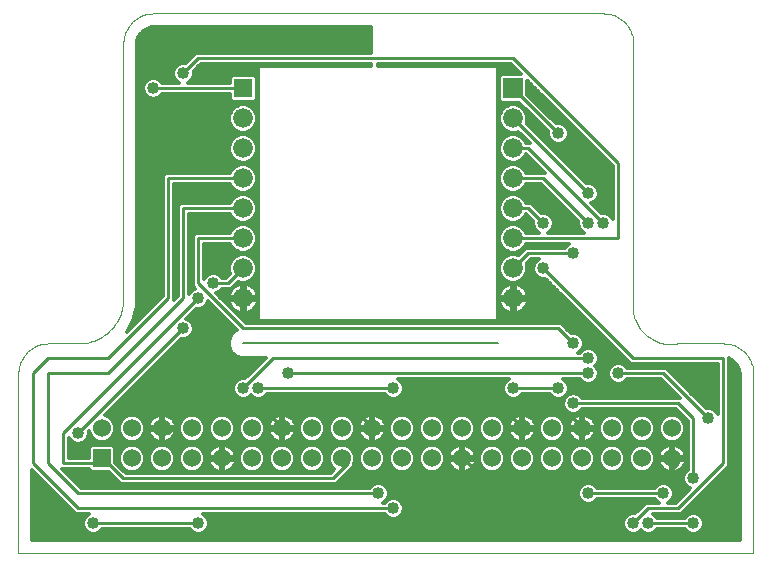
<source format=gbl>
G75*
%MOIN*%
%OFA0B0*%
%FSLAX24Y24*%
%IPPOS*%
%LPD*%
%AMOC8*
5,1,8,0,0,1.08239X$1,22.5*
%
%ADD10C,0.0000*%
%ADD11R,0.0600X0.0600*%
%ADD12C,0.0600*%
%ADD13C,0.0660*%
%ADD14R,0.0660X0.0660*%
%ADD15C,0.0050*%
%ADD16C,0.0100*%
%ADD17C,0.0400*%
%ADD18C,0.0120*%
D10*
X000500Y000100D02*
X000500Y006100D01*
X000502Y006160D01*
X000507Y006221D01*
X000516Y006280D01*
X000529Y006339D01*
X000545Y006398D01*
X000565Y006455D01*
X000588Y006510D01*
X000615Y006565D01*
X000644Y006617D01*
X000677Y006668D01*
X000713Y006717D01*
X000751Y006763D01*
X000793Y006807D01*
X000837Y006849D01*
X000883Y006887D01*
X000932Y006923D01*
X000983Y006956D01*
X001035Y006985D01*
X001090Y007012D01*
X001145Y007035D01*
X001202Y007055D01*
X001261Y007071D01*
X001320Y007084D01*
X001379Y007093D01*
X001440Y007098D01*
X001500Y007100D01*
X002500Y007100D01*
X002576Y007102D01*
X002652Y007108D01*
X002727Y007117D01*
X002802Y007131D01*
X002876Y007148D01*
X002949Y007169D01*
X003021Y007193D01*
X003092Y007222D01*
X003161Y007253D01*
X003228Y007288D01*
X003293Y007327D01*
X003357Y007369D01*
X003418Y007414D01*
X003477Y007462D01*
X003533Y007513D01*
X003587Y007567D01*
X003638Y007623D01*
X003686Y007682D01*
X003731Y007743D01*
X003773Y007807D01*
X003812Y007872D01*
X003847Y007939D01*
X003878Y008008D01*
X003907Y008079D01*
X003931Y008151D01*
X003952Y008224D01*
X003969Y008298D01*
X003983Y008373D01*
X003992Y008448D01*
X003998Y008524D01*
X004000Y008600D01*
X004000Y017100D01*
X004002Y017160D01*
X004007Y017221D01*
X004016Y017280D01*
X004029Y017339D01*
X004045Y017398D01*
X004065Y017455D01*
X004088Y017510D01*
X004115Y017565D01*
X004144Y017617D01*
X004177Y017668D01*
X004213Y017717D01*
X004251Y017763D01*
X004293Y017807D01*
X004337Y017849D01*
X004383Y017887D01*
X004432Y017923D01*
X004483Y017956D01*
X004535Y017985D01*
X004590Y018012D01*
X004645Y018035D01*
X004702Y018055D01*
X004761Y018071D01*
X004820Y018084D01*
X004879Y018093D01*
X004940Y018098D01*
X005000Y018100D01*
X020000Y018100D01*
X020060Y018098D01*
X020121Y018093D01*
X020180Y018084D01*
X020239Y018071D01*
X020298Y018055D01*
X020355Y018035D01*
X020410Y018012D01*
X020465Y017985D01*
X020517Y017956D01*
X020568Y017923D01*
X020617Y017887D01*
X020663Y017849D01*
X020707Y017807D01*
X020749Y017763D01*
X020787Y017717D01*
X020823Y017668D01*
X020856Y017617D01*
X020885Y017565D01*
X020912Y017510D01*
X020935Y017455D01*
X020955Y017398D01*
X020971Y017339D01*
X020984Y017280D01*
X020993Y017221D01*
X020998Y017160D01*
X021000Y017100D01*
X021000Y008100D01*
X021015Y008033D01*
X021034Y007966D01*
X021057Y007901D01*
X021083Y007837D01*
X021112Y007775D01*
X021145Y007714D01*
X021181Y007655D01*
X021220Y007598D01*
X021263Y007543D01*
X021308Y007491D01*
X021356Y007441D01*
X021406Y007394D01*
X021459Y007350D01*
X021514Y007309D01*
X021572Y007270D01*
X021631Y007235D01*
X021692Y007203D01*
X021755Y007175D01*
X021820Y007150D01*
X021885Y007128D01*
X021952Y007110D01*
X022020Y007096D01*
X022088Y007085D01*
X022156Y007078D01*
X022225Y007075D01*
X022294Y007076D01*
X022363Y007080D01*
X022432Y007088D01*
X022500Y007100D01*
X024000Y007100D01*
X024060Y007098D01*
X024121Y007093D01*
X024180Y007084D01*
X024239Y007071D01*
X024298Y007055D01*
X024355Y007035D01*
X024410Y007012D01*
X024465Y006985D01*
X024517Y006956D01*
X024568Y006923D01*
X024617Y006887D01*
X024663Y006849D01*
X024707Y006807D01*
X024749Y006763D01*
X024787Y006717D01*
X024823Y006668D01*
X024856Y006617D01*
X024885Y006565D01*
X024912Y006510D01*
X024935Y006455D01*
X024955Y006398D01*
X024971Y006339D01*
X024984Y006280D01*
X024993Y006221D01*
X024998Y006160D01*
X025000Y006100D01*
X025000Y000100D01*
X000500Y000100D01*
D11*
X003295Y003269D03*
X008000Y015600D03*
D12*
X008290Y004270D03*
X007290Y004270D03*
X006290Y004270D03*
X005290Y004270D03*
X004290Y004270D03*
X003290Y004270D03*
X004290Y003270D03*
X005290Y003270D03*
X006290Y003270D03*
X007290Y003270D03*
X008290Y003270D03*
X009290Y003270D03*
X010290Y003270D03*
X011290Y003270D03*
X012290Y003270D03*
X013290Y003270D03*
X014290Y003270D03*
X015290Y003270D03*
X016290Y003270D03*
X017290Y003270D03*
X018290Y003270D03*
X019290Y003270D03*
X020290Y003270D03*
X021290Y003270D03*
X022290Y003270D03*
X022290Y004270D03*
X021290Y004270D03*
X020290Y004270D03*
X019290Y004270D03*
X018290Y004270D03*
X017290Y004270D03*
X016290Y004270D03*
X015290Y004270D03*
X014290Y004270D03*
X013290Y004270D03*
X012290Y004270D03*
X011290Y004270D03*
X010290Y004270D03*
X009290Y004270D03*
D13*
X008000Y008600D03*
X008000Y009600D03*
X008000Y010600D03*
X008000Y011600D03*
X008000Y012600D03*
X008000Y013600D03*
X008000Y014600D03*
X017000Y014600D03*
X017000Y013600D03*
X017000Y012600D03*
X017000Y011600D03*
X017000Y010600D03*
X017000Y009600D03*
X017000Y008600D03*
D14*
X017000Y015600D03*
D15*
X016500Y007100D02*
X008000Y007100D01*
D16*
X008000Y007600D02*
X006500Y009100D01*
X006500Y010600D01*
X008000Y010600D01*
X008000Y011600D02*
X006000Y011600D01*
X006000Y008600D01*
X003500Y006100D01*
X001500Y006100D01*
X001500Y003100D01*
X002500Y002100D01*
X012500Y002100D01*
X013000Y001600D02*
X002500Y001600D01*
X001000Y003100D01*
X001000Y006100D01*
X001500Y006600D01*
X003500Y006600D01*
X005500Y008600D01*
X005500Y012600D01*
X008000Y012600D01*
X008000Y015600D02*
X005000Y015600D01*
X006000Y016100D02*
X006500Y016600D01*
X017000Y016600D01*
X020500Y013100D01*
X020500Y010600D01*
X017000Y010600D01*
X017500Y010100D02*
X019000Y010100D01*
X018000Y009600D02*
X021000Y006600D01*
X024000Y006600D01*
X024000Y003100D01*
X022500Y001600D01*
X021500Y001600D01*
X021000Y001100D01*
X021500Y001100D02*
X023000Y001100D01*
X022000Y002100D02*
X019500Y002100D01*
X022000Y002600D02*
X016000Y002600D01*
X015500Y003100D01*
X015290Y003270D01*
X017290Y004270D02*
X017500Y004100D01*
X016500Y005100D01*
X018500Y005100D01*
X019500Y004100D01*
X019290Y004270D01*
X019000Y005100D02*
X022500Y005100D01*
X023000Y004600D01*
X023000Y002600D01*
X022500Y003100D02*
X022290Y003270D01*
X022500Y003100D02*
X022000Y002600D01*
X023500Y004600D02*
X022000Y006100D01*
X020500Y006100D01*
X019500Y006100D02*
X009500Y006100D01*
X009000Y006600D02*
X019500Y006600D01*
X019000Y007100D02*
X018500Y007600D01*
X008000Y007600D01*
X009000Y006600D02*
X008000Y005600D01*
X008500Y005600D02*
X013000Y005600D01*
X011500Y005100D02*
X016500Y005100D01*
X017000Y005600D02*
X018500Y005600D01*
X017000Y009600D02*
X017500Y010100D01*
X018000Y011100D02*
X017500Y011600D01*
X017000Y011600D01*
X017000Y012600D02*
X018000Y012600D01*
X019500Y011100D01*
X020000Y011100D02*
X017500Y013600D01*
X017000Y013600D01*
X017000Y014600D02*
X019500Y012100D01*
X018500Y014100D02*
X017000Y015600D01*
X008000Y009600D02*
X007500Y009100D01*
X007000Y009100D01*
X006500Y008600D02*
X002000Y004100D01*
X002000Y003100D01*
X003000Y003100D01*
X003295Y003269D01*
X003500Y003100D01*
X004000Y002600D01*
X011000Y002600D01*
X011500Y003100D01*
X011290Y003270D01*
X012290Y004270D02*
X012500Y004100D01*
X011500Y005100D01*
X008500Y005100D01*
X009500Y004100D01*
X009290Y004270D01*
X008500Y005100D02*
X006500Y005100D01*
X005500Y004100D01*
X005290Y004270D01*
X002500Y004100D02*
X006000Y007600D01*
X006500Y001100D02*
X003000Y001100D01*
D17*
X003000Y001100D03*
X006500Y001100D03*
X002500Y004100D03*
X006000Y007600D03*
X006500Y008600D03*
X007000Y009100D03*
X009500Y006100D03*
X008500Y005600D03*
X008000Y005600D03*
X012500Y002100D03*
X013000Y001600D03*
X013000Y005600D03*
X017000Y005600D03*
X018500Y005600D03*
X019000Y005100D03*
X019500Y006100D03*
X019500Y006600D03*
X019000Y007100D03*
X020500Y006100D03*
X023500Y004600D03*
X023000Y002600D03*
X022000Y002100D03*
X021500Y001100D03*
X021000Y001100D03*
X019500Y002100D03*
X023000Y001100D03*
X018000Y009600D03*
X019000Y010100D03*
X019500Y011100D03*
X020000Y011100D03*
X019500Y012100D03*
X018000Y011100D03*
X018500Y014100D03*
X006000Y016100D03*
X005000Y015600D03*
D18*
X004691Y015742D02*
X004460Y015742D01*
X004460Y015624D02*
X004660Y015624D01*
X004660Y015668D02*
X004660Y015532D01*
X004712Y015407D01*
X004807Y015312D01*
X004932Y015260D01*
X005068Y015260D01*
X005193Y015312D01*
X005288Y015407D01*
X005289Y015410D01*
X007560Y015410D01*
X007560Y015242D01*
X007642Y015160D01*
X008358Y015160D01*
X008440Y015242D01*
X008440Y015958D01*
X008358Y016040D01*
X007642Y016040D01*
X007560Y015958D01*
X007560Y015790D01*
X006140Y015790D01*
X006193Y015812D01*
X006288Y015907D01*
X006340Y016032D01*
X006340Y016168D01*
X006339Y016170D01*
X006579Y016410D01*
X012250Y016410D01*
X012250Y016350D01*
X008500Y016350D01*
X008500Y007850D01*
X016500Y007850D01*
X016500Y016350D01*
X012500Y016350D01*
X012500Y016410D01*
X016921Y016410D01*
X017261Y016070D01*
X016612Y016070D01*
X016530Y015988D01*
X016530Y015212D01*
X016612Y015130D01*
X017201Y015130D01*
X018161Y014170D01*
X018160Y014168D01*
X018160Y014032D01*
X018212Y013907D01*
X018307Y013812D01*
X018432Y013760D01*
X018568Y013760D01*
X018693Y013812D01*
X018788Y013907D01*
X018840Y014032D01*
X018840Y014168D01*
X018788Y014293D01*
X018693Y014388D01*
X018568Y014440D01*
X018432Y014440D01*
X018430Y014439D01*
X017470Y015399D01*
X017470Y015861D01*
X020310Y013021D01*
X020310Y011240D01*
X020288Y011293D01*
X020193Y011388D01*
X020068Y011440D01*
X019932Y011440D01*
X019930Y011439D01*
X019597Y011772D01*
X019693Y011812D01*
X019788Y011907D01*
X019840Y012032D01*
X019840Y012168D01*
X019788Y012293D01*
X019693Y012388D01*
X019568Y012440D01*
X019432Y012440D01*
X019430Y012439D01*
X017438Y014430D01*
X017470Y014507D01*
X017470Y014693D01*
X017398Y014866D01*
X017266Y014998D01*
X017093Y015070D01*
X016907Y015070D01*
X016734Y014998D01*
X016602Y014866D01*
X016530Y014693D01*
X016530Y014507D01*
X016602Y014334D01*
X016734Y014202D01*
X016500Y014202D01*
X016500Y014320D02*
X016615Y014320D01*
X016558Y014439D02*
X016500Y014439D01*
X016500Y014557D02*
X016530Y014557D01*
X016530Y014676D02*
X016500Y014676D01*
X016500Y014794D02*
X016572Y014794D01*
X016500Y014913D02*
X016648Y014913D01*
X016500Y015031D02*
X016812Y015031D01*
X016592Y015150D02*
X016500Y015150D01*
X016500Y015268D02*
X016530Y015268D01*
X016530Y015387D02*
X016500Y015387D01*
X016500Y015505D02*
X016530Y015505D01*
X016530Y015624D02*
X016500Y015624D01*
X016500Y015742D02*
X016530Y015742D01*
X016530Y015861D02*
X016500Y015861D01*
X016500Y015979D02*
X016530Y015979D01*
X016500Y016098D02*
X017234Y016098D01*
X017115Y016216D02*
X016500Y016216D01*
X016500Y016335D02*
X016997Y016335D01*
X017470Y015861D02*
X017471Y015861D01*
X017470Y015742D02*
X017589Y015742D01*
X017470Y015624D02*
X017708Y015624D01*
X017826Y015505D02*
X017470Y015505D01*
X017482Y015387D02*
X017945Y015387D01*
X018063Y015268D02*
X017601Y015268D01*
X017719Y015150D02*
X018182Y015150D01*
X018300Y015031D02*
X017838Y015031D01*
X017956Y014913D02*
X018419Y014913D01*
X018537Y014794D02*
X018075Y014794D01*
X018193Y014676D02*
X018656Y014676D01*
X018774Y014557D02*
X018312Y014557D01*
X018571Y014439D02*
X018893Y014439D01*
X019011Y014320D02*
X018761Y014320D01*
X018826Y014202D02*
X019130Y014202D01*
X019248Y014083D02*
X018840Y014083D01*
X018812Y013965D02*
X019367Y013965D01*
X019485Y013846D02*
X018727Y013846D01*
X018273Y013846D02*
X018023Y013846D01*
X018141Y013728D02*
X019604Y013728D01*
X019722Y013609D02*
X018260Y013609D01*
X018378Y013491D02*
X019841Y013491D01*
X019959Y013372D02*
X018497Y013372D01*
X018615Y013254D02*
X020078Y013254D01*
X020196Y013135D02*
X018734Y013135D01*
X018852Y013017D02*
X020310Y013017D01*
X020310Y012898D02*
X018971Y012898D01*
X019089Y012780D02*
X020310Y012780D01*
X020310Y012661D02*
X019208Y012661D01*
X019326Y012543D02*
X020310Y012543D01*
X020310Y012424D02*
X019606Y012424D01*
X019775Y012306D02*
X020310Y012306D01*
X020310Y012187D02*
X019832Y012187D01*
X019840Y012069D02*
X020310Y012069D01*
X020310Y011950D02*
X019806Y011950D01*
X019712Y011832D02*
X020310Y011832D01*
X020310Y011713D02*
X019656Y011713D01*
X019774Y011595D02*
X020310Y011595D01*
X020310Y011476D02*
X019893Y011476D01*
X020223Y011358D02*
X020310Y011358D01*
X019360Y010790D02*
X018140Y010790D01*
X018193Y010812D01*
X018288Y010907D01*
X018340Y011032D01*
X018340Y011168D01*
X018288Y011293D01*
X018193Y011388D01*
X018068Y011440D01*
X017932Y011440D01*
X017930Y011439D01*
X017690Y011679D01*
X017579Y011790D01*
X017430Y011790D01*
X017398Y011866D01*
X017266Y011998D01*
X017093Y012070D01*
X016907Y012070D01*
X016734Y011998D01*
X016602Y011866D01*
X016530Y011693D01*
X016530Y011507D01*
X016602Y011334D01*
X016734Y011202D01*
X016907Y011130D01*
X017093Y011130D01*
X017266Y011202D01*
X017398Y011334D01*
X017427Y011404D01*
X017661Y011170D01*
X017660Y011168D01*
X017660Y011032D01*
X017712Y010907D01*
X017807Y010812D01*
X017860Y010790D01*
X017430Y010790D01*
X017398Y010866D01*
X017266Y010998D01*
X017093Y011070D01*
X016907Y011070D01*
X016734Y010998D01*
X016602Y010866D01*
X016530Y010693D01*
X016530Y010507D01*
X016602Y010334D01*
X016734Y010202D01*
X016907Y010130D01*
X017093Y010130D01*
X017266Y010202D01*
X017398Y010334D01*
X017430Y010410D01*
X018860Y010410D01*
X018807Y010388D01*
X018712Y010293D01*
X018711Y010290D01*
X017421Y010290D01*
X017310Y010179D01*
X017170Y010038D01*
X017093Y010070D01*
X016907Y010070D01*
X016734Y009998D01*
X016602Y009866D01*
X016530Y009693D01*
X016530Y009507D01*
X016602Y009334D01*
X016734Y009202D01*
X016907Y009130D01*
X017093Y009130D01*
X017266Y009202D01*
X017398Y009334D01*
X017470Y009507D01*
X017470Y009693D01*
X017438Y009770D01*
X017579Y009910D01*
X017860Y009910D01*
X017807Y009888D01*
X017712Y009793D01*
X017660Y009668D01*
X017660Y009532D01*
X017712Y009407D01*
X017807Y009312D01*
X017932Y009260D01*
X018068Y009260D01*
X018070Y009261D01*
X020921Y006410D01*
X023810Y006410D01*
X023810Y004740D01*
X023788Y004793D01*
X023693Y004888D01*
X023568Y004940D01*
X023432Y004940D01*
X023430Y004939D01*
X022190Y006179D01*
X022079Y006290D01*
X020789Y006290D01*
X020788Y006293D01*
X020693Y006388D01*
X020568Y006440D01*
X020432Y006440D01*
X020307Y006388D01*
X020212Y006293D01*
X020160Y006168D01*
X020160Y006032D01*
X020212Y005907D01*
X020307Y005812D01*
X020432Y005760D01*
X020568Y005760D01*
X020693Y005812D01*
X020788Y005907D01*
X020789Y005910D01*
X021921Y005910D01*
X022541Y005290D01*
X019289Y005290D01*
X019288Y005293D01*
X019193Y005388D01*
X019068Y005440D01*
X018932Y005440D01*
X018807Y005388D01*
X018712Y005293D01*
X018660Y005168D01*
X018660Y005032D01*
X018712Y004907D01*
X018807Y004812D01*
X018932Y004760D01*
X019068Y004760D01*
X019193Y004812D01*
X019288Y004907D01*
X019289Y004910D01*
X022421Y004910D01*
X022810Y004521D01*
X022810Y002889D01*
X022807Y002888D01*
X022712Y002793D01*
X022660Y002668D01*
X022660Y002532D01*
X022712Y002407D01*
X022807Y002312D01*
X022903Y002272D01*
X022421Y001790D01*
X022140Y001790D01*
X022193Y001812D01*
X022288Y001907D01*
X022340Y002032D01*
X022340Y002168D01*
X022288Y002293D01*
X022193Y002388D01*
X022068Y002440D01*
X021932Y002440D01*
X021807Y002388D01*
X021712Y002293D01*
X021711Y002290D01*
X019789Y002290D01*
X019788Y002293D01*
X019693Y002388D01*
X019568Y002440D01*
X019432Y002440D01*
X019307Y002388D01*
X019212Y002293D01*
X019160Y002168D01*
X019160Y002032D01*
X019212Y001907D01*
X019307Y001812D01*
X019432Y001760D01*
X019568Y001760D01*
X019693Y001812D01*
X019788Y001907D01*
X019789Y001910D01*
X021711Y001910D01*
X021712Y001907D01*
X021807Y001812D01*
X021860Y001790D01*
X021421Y001790D01*
X021310Y001679D01*
X021070Y001439D01*
X021068Y001440D01*
X020932Y001440D01*
X020807Y001388D01*
X020712Y001293D01*
X020660Y001168D01*
X020660Y001032D01*
X020712Y000907D01*
X020807Y000812D01*
X020932Y000760D01*
X021068Y000760D01*
X021193Y000812D01*
X021250Y000869D01*
X021307Y000812D01*
X021432Y000760D01*
X021568Y000760D01*
X021693Y000812D01*
X021788Y000907D01*
X021789Y000910D01*
X022711Y000910D01*
X022712Y000907D01*
X022807Y000812D01*
X022932Y000760D01*
X023068Y000760D01*
X023193Y000812D01*
X023288Y000907D01*
X023340Y001032D01*
X023340Y001168D01*
X023288Y001293D01*
X023193Y001388D01*
X023068Y001440D01*
X022932Y001440D01*
X022807Y001388D01*
X022712Y001293D01*
X022711Y001290D01*
X021789Y001290D01*
X021788Y001293D01*
X021693Y001388D01*
X021640Y001410D01*
X022579Y001410D01*
X024079Y002910D01*
X024190Y003021D01*
X024190Y006603D01*
X024207Y006599D01*
X024329Y006528D01*
X024428Y006429D01*
X024499Y006307D01*
X024535Y006170D01*
X024540Y006100D01*
X024540Y000560D01*
X000960Y000560D01*
X000960Y002871D01*
X002421Y001410D01*
X002860Y001410D01*
X002807Y001388D01*
X002712Y001293D01*
X002660Y001168D01*
X002660Y001032D01*
X002712Y000907D01*
X002807Y000812D01*
X002932Y000760D01*
X003068Y000760D01*
X003193Y000812D01*
X003288Y000907D01*
X003289Y000910D01*
X006211Y000910D01*
X006212Y000907D01*
X006307Y000812D01*
X006432Y000760D01*
X006568Y000760D01*
X006693Y000812D01*
X006788Y000907D01*
X006840Y001032D01*
X006840Y001168D01*
X006788Y001293D01*
X006693Y001388D01*
X006640Y001410D01*
X012711Y001410D01*
X012712Y001407D01*
X012807Y001312D01*
X012932Y001260D01*
X013068Y001260D01*
X013193Y001312D01*
X013288Y001407D01*
X013340Y001532D01*
X013340Y001668D01*
X013288Y001793D01*
X013193Y001888D01*
X013068Y001940D01*
X012932Y001940D01*
X012807Y001888D01*
X012712Y001793D01*
X012711Y001790D01*
X012640Y001790D01*
X012693Y001812D01*
X012788Y001907D01*
X012840Y002032D01*
X012840Y002168D01*
X012788Y002293D01*
X012693Y002388D01*
X012568Y002440D01*
X012432Y002440D01*
X012307Y002388D01*
X012212Y002293D01*
X012211Y002290D01*
X002579Y002290D01*
X001959Y002910D01*
X002857Y002910D01*
X002937Y002829D01*
X003502Y002829D01*
X003810Y002521D01*
X003921Y002410D01*
X011079Y002410D01*
X011587Y002918D01*
X011598Y002919D01*
X011641Y002973D01*
X011690Y003021D01*
X011690Y003033D01*
X011697Y003042D01*
X011692Y003091D01*
X011730Y003182D01*
X011730Y003358D01*
X011663Y003519D01*
X011539Y003643D01*
X011378Y003710D01*
X011202Y003710D01*
X011041Y003643D01*
X010917Y003519D01*
X010850Y003358D01*
X010850Y003182D01*
X010917Y003021D01*
X011035Y002903D01*
X010921Y002790D01*
X004079Y002790D01*
X003735Y003133D01*
X003735Y003627D01*
X003653Y003709D01*
X002937Y003709D01*
X002855Y003627D01*
X002855Y003290D01*
X002190Y003290D01*
X002190Y003960D01*
X002212Y003907D01*
X002307Y003812D01*
X002432Y003760D01*
X002568Y003760D01*
X002693Y003812D01*
X002788Y003907D01*
X002840Y004032D01*
X002840Y004168D01*
X002839Y004170D01*
X002850Y004182D01*
X002917Y004021D01*
X003041Y003897D01*
X003202Y003830D01*
X003378Y003830D01*
X003539Y003897D01*
X003663Y004021D01*
X003730Y004182D01*
X003730Y004358D01*
X003663Y004519D01*
X003539Y004643D01*
X003378Y004710D01*
X005930Y007261D01*
X005932Y007260D01*
X006068Y007260D01*
X006193Y007312D01*
X006288Y007407D01*
X006340Y007532D01*
X006340Y007668D01*
X006288Y007793D01*
X006193Y007888D01*
X006097Y007928D01*
X006430Y008261D01*
X006432Y008260D01*
X006568Y008260D01*
X006693Y008312D01*
X006788Y008407D01*
X006828Y008503D01*
X007792Y007539D01*
X007725Y007511D01*
X007589Y007375D01*
X007515Y007196D01*
X007515Y007004D01*
X007589Y006825D01*
X007725Y006689D01*
X007904Y006615D01*
X008746Y006615D01*
X008070Y005939D01*
X008068Y005940D01*
X007932Y005940D01*
X007807Y005888D01*
X007712Y005793D01*
X007660Y005668D01*
X007660Y005532D01*
X007712Y005407D01*
X007807Y005312D01*
X007932Y005260D01*
X008068Y005260D01*
X008193Y005312D01*
X008250Y005369D01*
X008307Y005312D01*
X008432Y005260D01*
X008568Y005260D01*
X008693Y005312D01*
X008788Y005407D01*
X008789Y005410D01*
X012711Y005410D01*
X012712Y005407D01*
X012807Y005312D01*
X012932Y005260D01*
X013068Y005260D01*
X013193Y005312D01*
X013288Y005407D01*
X013340Y005532D01*
X013340Y005668D01*
X013288Y005793D01*
X013193Y005888D01*
X013140Y005910D01*
X016860Y005910D01*
X016807Y005888D01*
X016712Y005793D01*
X016660Y005668D01*
X016660Y005532D01*
X016712Y005407D01*
X016807Y005312D01*
X016932Y005260D01*
X017068Y005260D01*
X017193Y005312D01*
X017288Y005407D01*
X017289Y005410D01*
X018211Y005410D01*
X018212Y005407D01*
X018307Y005312D01*
X018432Y005260D01*
X018568Y005260D01*
X018693Y005312D01*
X018788Y005407D01*
X018840Y005532D01*
X018840Y005668D01*
X018788Y005793D01*
X018693Y005888D01*
X018640Y005910D01*
X019211Y005910D01*
X019212Y005907D01*
X019307Y005812D01*
X019432Y005760D01*
X019568Y005760D01*
X019693Y005812D01*
X019788Y005907D01*
X019840Y006032D01*
X019840Y006168D01*
X019788Y006293D01*
X019731Y006350D01*
X019788Y006407D01*
X019840Y006532D01*
X019840Y006668D01*
X019788Y006793D01*
X019693Y006888D01*
X019568Y006940D01*
X019432Y006940D01*
X019307Y006888D01*
X019212Y006793D01*
X019211Y006790D01*
X019140Y006790D01*
X019193Y006812D01*
X019288Y006907D01*
X019340Y007032D01*
X019340Y007168D01*
X019288Y007293D01*
X019193Y007388D01*
X019068Y007440D01*
X018932Y007440D01*
X018930Y007439D01*
X018690Y007679D01*
X018579Y007790D01*
X008079Y007790D01*
X007097Y008772D01*
X007193Y008812D01*
X007288Y008907D01*
X007289Y008910D01*
X007579Y008910D01*
X007690Y009021D01*
X007830Y009162D01*
X007907Y009130D01*
X008093Y009130D01*
X008266Y009202D01*
X008398Y009334D01*
X008470Y009507D01*
X008470Y009693D01*
X008398Y009866D01*
X008266Y009998D01*
X008093Y010070D01*
X007907Y010070D01*
X007734Y009998D01*
X007602Y009866D01*
X007530Y009693D01*
X007530Y009507D01*
X007562Y009430D01*
X007421Y009290D01*
X007289Y009290D01*
X007288Y009293D01*
X007193Y009388D01*
X007068Y009440D01*
X006932Y009440D01*
X006807Y009388D01*
X006712Y009293D01*
X006690Y009240D01*
X006690Y010410D01*
X007570Y010410D01*
X007602Y010334D01*
X007734Y010202D01*
X007907Y010130D01*
X008093Y010130D01*
X008266Y010202D01*
X008398Y010334D01*
X008470Y010507D01*
X008470Y010693D01*
X008398Y010866D01*
X008266Y010998D01*
X008093Y011070D01*
X007907Y011070D01*
X007734Y010998D01*
X007602Y010866D01*
X007570Y010790D01*
X006421Y010790D01*
X006310Y010679D01*
X006310Y009021D01*
X006403Y008928D01*
X006307Y008888D01*
X006212Y008793D01*
X006190Y008740D01*
X006190Y011410D01*
X007570Y011410D01*
X007602Y011334D01*
X007734Y011202D01*
X007907Y011130D01*
X008093Y011130D01*
X008266Y011202D01*
X008398Y011334D01*
X008470Y011507D01*
X008470Y011693D01*
X008398Y011866D01*
X008266Y011998D01*
X008093Y012070D01*
X007907Y012070D01*
X007734Y011998D01*
X007602Y011866D01*
X007570Y011790D01*
X005921Y011790D01*
X005810Y011679D01*
X005810Y008679D01*
X005690Y008559D01*
X005690Y012410D01*
X007570Y012410D01*
X007602Y012334D01*
X007734Y012202D01*
X007907Y012130D01*
X008093Y012130D01*
X008266Y012202D01*
X008398Y012334D01*
X008470Y012507D01*
X008470Y012693D01*
X008398Y012866D01*
X008266Y012998D01*
X008093Y013070D01*
X007907Y013070D01*
X007734Y012998D01*
X007602Y012866D01*
X007570Y012790D01*
X005421Y012790D01*
X005310Y012679D01*
X005310Y008679D01*
X004124Y007492D01*
X004326Y007843D01*
X004326Y007843D01*
X004460Y008342D01*
X004460Y017100D01*
X004465Y017170D01*
X004501Y017307D01*
X004572Y017429D01*
X004671Y017528D01*
X004793Y017599D01*
X004930Y017635D01*
X005000Y017640D01*
X012250Y017640D01*
X012250Y016790D01*
X006421Y016790D01*
X006310Y016679D01*
X006310Y016679D01*
X006070Y016439D01*
X006068Y016440D01*
X005932Y016440D01*
X005807Y016388D01*
X005712Y016293D01*
X005660Y016168D01*
X005660Y016032D01*
X005712Y015907D01*
X005807Y015812D01*
X005860Y015790D01*
X005289Y015790D01*
X005288Y015793D01*
X005193Y015888D01*
X005068Y015940D01*
X004932Y015940D01*
X004807Y015888D01*
X004712Y015793D01*
X004660Y015668D01*
X004671Y015505D02*
X004460Y015505D01*
X004460Y015387D02*
X004733Y015387D01*
X004913Y015268D02*
X004460Y015268D01*
X004460Y015150D02*
X008500Y015150D01*
X008500Y015268D02*
X008440Y015268D01*
X008440Y015387D02*
X008500Y015387D01*
X008500Y015505D02*
X008440Y015505D01*
X008440Y015624D02*
X008500Y015624D01*
X008500Y015742D02*
X008440Y015742D01*
X008440Y015861D02*
X008500Y015861D01*
X008500Y015979D02*
X008419Y015979D01*
X008500Y016098D02*
X006340Y016098D01*
X006318Y015979D02*
X007581Y015979D01*
X007560Y015861D02*
X006241Y015861D01*
X006385Y016216D02*
X008500Y016216D01*
X008500Y016335D02*
X006503Y016335D01*
X006084Y016453D02*
X004460Y016453D01*
X004460Y016335D02*
X005754Y016335D01*
X005680Y016216D02*
X004460Y016216D01*
X004460Y016098D02*
X005660Y016098D01*
X005682Y015979D02*
X004460Y015979D01*
X004460Y015861D02*
X004780Y015861D01*
X005220Y015861D02*
X005759Y015861D01*
X005267Y015387D02*
X007560Y015387D01*
X007560Y015268D02*
X005087Y015268D01*
X004460Y015031D02*
X007812Y015031D01*
X007734Y014998D02*
X007907Y015070D01*
X008093Y015070D01*
X008266Y014998D01*
X008398Y014866D01*
X008470Y014693D01*
X008470Y014507D01*
X008398Y014334D01*
X008266Y014202D01*
X008500Y014202D01*
X008500Y014320D02*
X008385Y014320D01*
X008442Y014439D02*
X008500Y014439D01*
X008500Y014557D02*
X008470Y014557D01*
X008470Y014676D02*
X008500Y014676D01*
X008500Y014794D02*
X008428Y014794D01*
X008500Y014913D02*
X008352Y014913D01*
X008500Y015031D02*
X008188Y015031D01*
X007734Y014998D02*
X007602Y014866D01*
X007530Y014693D01*
X007530Y014507D01*
X007602Y014334D01*
X007734Y014202D01*
X004460Y014202D01*
X004460Y014320D02*
X007615Y014320D01*
X007558Y014439D02*
X004460Y014439D01*
X004460Y014557D02*
X007530Y014557D01*
X007530Y014676D02*
X004460Y014676D01*
X004460Y014794D02*
X007572Y014794D01*
X007648Y014913D02*
X004460Y014913D01*
X004460Y014083D02*
X008500Y014083D01*
X008500Y013965D02*
X008300Y013965D01*
X008266Y013998D02*
X008398Y013866D01*
X008470Y013693D01*
X008470Y013507D01*
X008398Y013334D01*
X008266Y013202D01*
X008093Y013130D01*
X007907Y013130D01*
X007734Y013202D01*
X007602Y013334D01*
X007530Y013507D01*
X007530Y013693D01*
X007602Y013866D01*
X007734Y013998D01*
X007907Y014070D01*
X008093Y014070D01*
X008266Y013998D01*
X008266Y014202D02*
X008093Y014130D01*
X007907Y014130D01*
X007734Y014202D01*
X007700Y013965D02*
X004460Y013965D01*
X004460Y013846D02*
X007593Y013846D01*
X007544Y013728D02*
X004460Y013728D01*
X004460Y013609D02*
X007530Y013609D01*
X007537Y013491D02*
X004460Y013491D01*
X004460Y013372D02*
X007586Y013372D01*
X007682Y013254D02*
X004460Y013254D01*
X004460Y013135D02*
X007894Y013135D01*
X007777Y013017D02*
X004460Y013017D01*
X004460Y012898D02*
X007633Y012898D01*
X008106Y013135D02*
X008500Y013135D01*
X008500Y013017D02*
X008223Y013017D01*
X008367Y012898D02*
X008500Y012898D01*
X008500Y012780D02*
X008434Y012780D01*
X008470Y012661D02*
X008500Y012661D01*
X008500Y012543D02*
X008470Y012543D01*
X008500Y012424D02*
X008436Y012424D01*
X008500Y012306D02*
X008370Y012306D01*
X008500Y012187D02*
X008231Y012187D01*
X008097Y012069D02*
X008500Y012069D01*
X008500Y011950D02*
X008315Y011950D01*
X008413Y011832D02*
X008500Y011832D01*
X008500Y011713D02*
X008462Y011713D01*
X008470Y011595D02*
X008500Y011595D01*
X008500Y011476D02*
X008457Y011476D01*
X008500Y011358D02*
X008408Y011358D01*
X008500Y011239D02*
X008304Y011239D01*
X008500Y011121D02*
X006190Y011121D01*
X006190Y011239D02*
X007696Y011239D01*
X007592Y011358D02*
X006190Y011358D01*
X005810Y011358D02*
X005690Y011358D01*
X005690Y011476D02*
X005810Y011476D01*
X005810Y011595D02*
X005690Y011595D01*
X005690Y011713D02*
X005844Y011713D01*
X005690Y011832D02*
X007587Y011832D01*
X007685Y011950D02*
X005690Y011950D01*
X005690Y012069D02*
X007903Y012069D01*
X007769Y012187D02*
X005690Y012187D01*
X005690Y012306D02*
X007630Y012306D01*
X008318Y013254D02*
X008500Y013254D01*
X008500Y013372D02*
X008414Y013372D01*
X008463Y013491D02*
X008500Y013491D01*
X008500Y013609D02*
X008470Y013609D01*
X008456Y013728D02*
X008500Y013728D01*
X008500Y013846D02*
X008407Y013846D01*
X005411Y012780D02*
X004460Y012780D01*
X004460Y012661D02*
X005310Y012661D01*
X005310Y012543D02*
X004460Y012543D01*
X004460Y012424D02*
X005310Y012424D01*
X005310Y012306D02*
X004460Y012306D01*
X004460Y012187D02*
X005310Y012187D01*
X005310Y012069D02*
X004460Y012069D01*
X004460Y011950D02*
X005310Y011950D01*
X005310Y011832D02*
X004460Y011832D01*
X004460Y011713D02*
X005310Y011713D01*
X005310Y011595D02*
X004460Y011595D01*
X004460Y011476D02*
X005310Y011476D01*
X005310Y011358D02*
X004460Y011358D01*
X004460Y011239D02*
X005310Y011239D01*
X005310Y011121D02*
X004460Y011121D01*
X004460Y011002D02*
X005310Y011002D01*
X005310Y010884D02*
X004460Y010884D01*
X004460Y010765D02*
X005310Y010765D01*
X005310Y010647D02*
X004460Y010647D01*
X004460Y010528D02*
X005310Y010528D01*
X005310Y010410D02*
X004460Y010410D01*
X004460Y010291D02*
X005310Y010291D01*
X005310Y010173D02*
X004460Y010173D01*
X004460Y010054D02*
X005310Y010054D01*
X005310Y009936D02*
X004460Y009936D01*
X004460Y009817D02*
X005310Y009817D01*
X005310Y009699D02*
X004460Y009699D01*
X004460Y009580D02*
X005310Y009580D01*
X005310Y009462D02*
X004460Y009462D01*
X004460Y009343D02*
X005310Y009343D01*
X005310Y009225D02*
X004460Y009225D01*
X004460Y009106D02*
X005310Y009106D01*
X005310Y008988D02*
X004460Y008988D01*
X004460Y008869D02*
X005310Y008869D01*
X005310Y008751D02*
X004460Y008751D01*
X004460Y008632D02*
X005263Y008632D01*
X005145Y008514D02*
X004460Y008514D01*
X004460Y008395D02*
X005026Y008395D01*
X004908Y008277D02*
X004442Y008277D01*
X004411Y008158D02*
X004789Y008158D01*
X004671Y008040D02*
X004379Y008040D01*
X004347Y007921D02*
X004552Y007921D01*
X004434Y007803D02*
X004303Y007803D01*
X004315Y007684D02*
X004234Y007684D01*
X004197Y007566D02*
X004166Y007566D01*
X005286Y006618D02*
X007897Y006618D01*
X007678Y006736D02*
X005405Y006736D01*
X005523Y006855D02*
X007577Y006855D01*
X007528Y006973D02*
X005642Y006973D01*
X005760Y007092D02*
X007515Y007092D01*
X007521Y007210D02*
X005879Y007210D01*
X006209Y007329D02*
X007570Y007329D01*
X007661Y007447D02*
X006305Y007447D01*
X006340Y007566D02*
X007766Y007566D01*
X007647Y007684D02*
X006333Y007684D01*
X006278Y007803D02*
X007529Y007803D01*
X007410Y007921D02*
X006113Y007921D01*
X006208Y008040D02*
X007292Y008040D01*
X007173Y008158D02*
X006327Y008158D01*
X006608Y008277D02*
X007055Y008277D01*
X006936Y008395D02*
X006776Y008395D01*
X007118Y008751D02*
X007534Y008751D01*
X007522Y008715D02*
X007546Y008788D01*
X007581Y008857D01*
X007626Y008919D01*
X007681Y008974D01*
X007743Y009019D01*
X007812Y009054D01*
X007885Y009078D01*
X007960Y009090D01*
X007960Y008640D01*
X008040Y008640D01*
X008490Y008640D01*
X008478Y008715D01*
X008454Y008788D01*
X008419Y008857D01*
X008374Y008919D01*
X008319Y008974D01*
X008257Y009019D01*
X008188Y009054D01*
X008115Y009078D01*
X008040Y009090D01*
X008040Y008640D01*
X008040Y008560D01*
X008490Y008560D01*
X008478Y008485D01*
X008454Y008412D01*
X008419Y008343D01*
X008374Y008281D01*
X008319Y008226D01*
X008257Y008181D01*
X008188Y008146D01*
X008115Y008122D01*
X008040Y008110D01*
X008040Y008560D01*
X007960Y008560D01*
X007960Y008110D01*
X007885Y008122D01*
X007812Y008146D01*
X007743Y008181D01*
X007681Y008226D01*
X007626Y008281D01*
X007581Y008343D01*
X007546Y008412D01*
X007522Y008485D01*
X007510Y008560D01*
X007960Y008560D01*
X007960Y008640D01*
X007510Y008640D01*
X007522Y008715D01*
X007590Y008869D02*
X007250Y008869D01*
X007237Y008632D02*
X007960Y008632D01*
X008040Y008632D02*
X008500Y008632D01*
X008500Y008514D02*
X008482Y008514D01*
X008500Y008395D02*
X008445Y008395D01*
X008500Y008277D02*
X008369Y008277D01*
X008500Y008158D02*
X008212Y008158D01*
X008040Y008158D02*
X007960Y008158D01*
X007960Y008277D02*
X008040Y008277D01*
X008040Y008395D02*
X007960Y008395D01*
X007960Y008514D02*
X008040Y008514D01*
X008040Y008751D02*
X007960Y008751D01*
X007960Y008869D02*
X008040Y008869D01*
X008040Y008988D02*
X007960Y008988D01*
X007775Y009106D02*
X008500Y009106D01*
X008500Y008988D02*
X008300Y008988D01*
X008410Y008869D02*
X008500Y008869D01*
X008500Y008751D02*
X008466Y008751D01*
X008500Y009225D02*
X008289Y009225D01*
X008402Y009343D02*
X008500Y009343D01*
X008500Y009462D02*
X008451Y009462D01*
X008470Y009580D02*
X008500Y009580D01*
X008500Y009699D02*
X008468Y009699D01*
X008500Y009817D02*
X008419Y009817D01*
X008500Y009936D02*
X008329Y009936D01*
X008500Y010054D02*
X008132Y010054D01*
X008196Y010173D02*
X008500Y010173D01*
X008500Y010291D02*
X008356Y010291D01*
X008430Y010410D02*
X008500Y010410D01*
X008500Y010528D02*
X008470Y010528D01*
X008470Y010647D02*
X008500Y010647D01*
X008500Y010765D02*
X008440Y010765D01*
X008381Y010884D02*
X008500Y010884D01*
X008500Y011002D02*
X008258Y011002D01*
X007742Y011002D02*
X006190Y011002D01*
X006190Y010884D02*
X007619Y010884D01*
X007570Y010410D02*
X006690Y010410D01*
X006690Y010291D02*
X007644Y010291D01*
X007804Y010173D02*
X006690Y010173D01*
X006690Y010054D02*
X007868Y010054D01*
X007671Y009936D02*
X006690Y009936D01*
X006690Y009817D02*
X007581Y009817D01*
X007532Y009699D02*
X006690Y009699D01*
X006690Y009580D02*
X007530Y009580D01*
X007549Y009462D02*
X006690Y009462D01*
X006690Y009343D02*
X006762Y009343D01*
X006310Y009343D02*
X006190Y009343D01*
X006190Y009225D02*
X006310Y009225D01*
X006310Y009106D02*
X006190Y009106D01*
X006190Y008988D02*
X006344Y008988D01*
X006288Y008869D02*
X006190Y008869D01*
X006190Y008751D02*
X006194Y008751D01*
X005810Y008751D02*
X005690Y008751D01*
X005690Y008869D02*
X005810Y008869D01*
X005810Y008988D02*
X005690Y008988D01*
X005690Y009106D02*
X005810Y009106D01*
X005810Y009225D02*
X005690Y009225D01*
X005690Y009343D02*
X005810Y009343D01*
X005810Y009462D02*
X005690Y009462D01*
X005690Y009580D02*
X005810Y009580D01*
X005810Y009699D02*
X005690Y009699D01*
X005690Y009817D02*
X005810Y009817D01*
X005810Y009936D02*
X005690Y009936D01*
X005690Y010054D02*
X005810Y010054D01*
X005810Y010173D02*
X005690Y010173D01*
X005690Y010291D02*
X005810Y010291D01*
X005810Y010410D02*
X005690Y010410D01*
X005690Y010528D02*
X005810Y010528D01*
X005810Y010647D02*
X005690Y010647D01*
X005690Y010765D02*
X005810Y010765D01*
X005810Y010884D02*
X005690Y010884D01*
X005690Y011002D02*
X005810Y011002D01*
X005810Y011121D02*
X005690Y011121D01*
X005690Y011239D02*
X005810Y011239D01*
X006190Y010765D02*
X006396Y010765D01*
X006310Y010647D02*
X006190Y010647D01*
X006190Y010528D02*
X006310Y010528D01*
X006310Y010410D02*
X006190Y010410D01*
X006190Y010291D02*
X006310Y010291D01*
X006310Y010173D02*
X006190Y010173D01*
X006190Y010054D02*
X006310Y010054D01*
X006310Y009936D02*
X006190Y009936D01*
X006190Y009817D02*
X006310Y009817D01*
X006310Y009699D02*
X006190Y009699D01*
X006190Y009580D02*
X006310Y009580D01*
X006310Y009462D02*
X006190Y009462D01*
X005763Y008632D02*
X005690Y008632D01*
X007238Y009343D02*
X007474Y009343D01*
X007656Y008988D02*
X007700Y008988D01*
X007518Y008514D02*
X007355Y008514D01*
X007474Y008395D02*
X007555Y008395D01*
X007592Y008277D02*
X007631Y008277D01*
X007711Y008158D02*
X007788Y008158D01*
X007829Y008040D02*
X008500Y008040D01*
X008500Y007921D02*
X007948Y007921D01*
X008066Y007803D02*
X019529Y007803D01*
X019410Y007921D02*
X016500Y007921D01*
X016500Y008040D02*
X019292Y008040D01*
X019173Y008158D02*
X017212Y008158D01*
X017188Y008146D02*
X017257Y008181D01*
X017319Y008226D01*
X017374Y008281D01*
X017419Y008343D01*
X017454Y008412D01*
X017478Y008485D01*
X017490Y008560D01*
X017040Y008560D01*
X017040Y008640D01*
X017490Y008640D01*
X017478Y008715D01*
X017454Y008788D01*
X017419Y008857D01*
X017374Y008919D01*
X017319Y008974D01*
X017257Y009019D01*
X017188Y009054D01*
X017115Y009078D01*
X017040Y009090D01*
X017040Y008640D01*
X016960Y008640D01*
X016960Y009090D01*
X016885Y009078D01*
X016812Y009054D01*
X016743Y009019D01*
X016681Y008974D01*
X016626Y008919D01*
X016581Y008857D01*
X016546Y008788D01*
X016522Y008715D01*
X016510Y008640D01*
X016960Y008640D01*
X016960Y008560D01*
X017040Y008560D01*
X017040Y008110D01*
X017115Y008122D01*
X017188Y008146D01*
X017040Y008158D02*
X016960Y008158D01*
X016960Y008110D02*
X016960Y008560D01*
X016510Y008560D01*
X016522Y008485D01*
X016546Y008412D01*
X016581Y008343D01*
X016626Y008281D01*
X016681Y008226D01*
X016743Y008181D01*
X016812Y008146D01*
X016885Y008122D01*
X016960Y008110D01*
X016960Y008277D02*
X017040Y008277D01*
X017040Y008395D02*
X016960Y008395D01*
X016960Y008514D02*
X017040Y008514D01*
X017040Y008632D02*
X018699Y008632D01*
X018581Y008751D02*
X017466Y008751D01*
X017410Y008869D02*
X018462Y008869D01*
X018344Y008988D02*
X017300Y008988D01*
X017289Y009225D02*
X018107Y009225D01*
X018225Y009106D02*
X016500Y009106D01*
X016500Y008988D02*
X016700Y008988D01*
X016590Y008869D02*
X016500Y008869D01*
X016500Y008751D02*
X016534Y008751D01*
X016500Y008632D02*
X016960Y008632D01*
X016960Y008751D02*
X017040Y008751D01*
X017040Y008869D02*
X016960Y008869D01*
X016960Y008988D02*
X017040Y008988D01*
X016711Y009225D02*
X016500Y009225D01*
X016500Y009343D02*
X016598Y009343D01*
X016549Y009462D02*
X016500Y009462D01*
X016500Y009580D02*
X016530Y009580D01*
X016532Y009699D02*
X016500Y009699D01*
X016500Y009817D02*
X016581Y009817D01*
X016500Y009936D02*
X016671Y009936D01*
X016500Y010054D02*
X016868Y010054D01*
X016804Y010173D02*
X016500Y010173D01*
X016500Y010291D02*
X016644Y010291D01*
X016570Y010410D02*
X016500Y010410D01*
X016500Y010528D02*
X016530Y010528D01*
X016530Y010647D02*
X016500Y010647D01*
X016500Y010765D02*
X016560Y010765D01*
X016619Y010884D02*
X016500Y010884D01*
X016500Y011002D02*
X016742Y011002D01*
X016696Y011239D02*
X016500Y011239D01*
X016500Y011121D02*
X017660Y011121D01*
X017673Y011002D02*
X017258Y011002D01*
X017381Y010884D02*
X017736Y010884D01*
X017592Y011239D02*
X017304Y011239D01*
X017408Y011358D02*
X017474Y011358D01*
X017774Y011595D02*
X018737Y011595D01*
X018618Y011713D02*
X017656Y011713D01*
X017413Y011832D02*
X018500Y011832D01*
X018381Y011950D02*
X017315Y011950D01*
X017097Y012069D02*
X018263Y012069D01*
X018144Y012187D02*
X017231Y012187D01*
X017266Y012202D02*
X017093Y012130D01*
X016907Y012130D01*
X016734Y012202D01*
X016602Y012334D01*
X016530Y012507D01*
X016530Y012693D01*
X016602Y012866D01*
X016734Y012998D01*
X016907Y013070D01*
X017093Y013070D01*
X017266Y012998D01*
X017398Y012866D01*
X017430Y012790D01*
X018041Y012790D01*
X017427Y013404D01*
X017398Y013334D01*
X017266Y013202D01*
X017093Y013130D01*
X016907Y013130D01*
X016734Y013202D01*
X016602Y013334D01*
X016530Y013507D01*
X016530Y013693D01*
X016602Y013866D01*
X016734Y013998D01*
X016907Y014070D01*
X017093Y014070D01*
X017266Y013998D01*
X017398Y013866D01*
X017430Y013790D01*
X017541Y013790D01*
X017170Y014162D01*
X017093Y014130D01*
X016907Y014130D01*
X016734Y014202D01*
X016500Y014083D02*
X017248Y014083D01*
X017300Y013965D02*
X017367Y013965D01*
X017407Y013846D02*
X017485Y013846D01*
X017786Y014083D02*
X018160Y014083D01*
X018188Y013965D02*
X017904Y013965D01*
X018130Y014202D02*
X017667Y014202D01*
X017549Y014320D02*
X018011Y014320D01*
X017893Y014439D02*
X017442Y014439D01*
X017470Y014557D02*
X017774Y014557D01*
X017656Y014676D02*
X017470Y014676D01*
X017428Y014794D02*
X017537Y014794D01*
X017419Y014913D02*
X017352Y014913D01*
X017300Y015031D02*
X017188Y015031D01*
X016700Y013965D02*
X016500Y013965D01*
X016500Y013846D02*
X016593Y013846D01*
X016544Y013728D02*
X016500Y013728D01*
X016500Y013609D02*
X016530Y013609D01*
X016537Y013491D02*
X016500Y013491D01*
X016500Y013372D02*
X016586Y013372D01*
X016500Y013254D02*
X016682Y013254D01*
X016500Y013135D02*
X016894Y013135D01*
X016777Y013017D02*
X016500Y013017D01*
X016500Y012898D02*
X016633Y012898D01*
X016566Y012780D02*
X016500Y012780D01*
X016500Y012661D02*
X016530Y012661D01*
X016530Y012543D02*
X016500Y012543D01*
X016500Y012424D02*
X016564Y012424D01*
X016500Y012306D02*
X016630Y012306D01*
X016500Y012187D02*
X016769Y012187D01*
X016903Y012069D02*
X016500Y012069D01*
X016500Y011950D02*
X016685Y011950D01*
X016587Y011832D02*
X016500Y011832D01*
X016500Y011713D02*
X016538Y011713D01*
X016530Y011595D02*
X016500Y011595D01*
X016500Y011476D02*
X016543Y011476D01*
X016500Y011358D02*
X016592Y011358D01*
X017266Y012202D02*
X017398Y012334D01*
X017430Y012410D01*
X017921Y012410D01*
X019161Y011170D01*
X019160Y011168D01*
X019160Y011032D01*
X019212Y010907D01*
X019307Y010812D01*
X019360Y010790D01*
X019236Y010884D02*
X018264Y010884D01*
X018327Y011002D02*
X019173Y011002D01*
X019160Y011121D02*
X018340Y011121D01*
X018310Y011239D02*
X019092Y011239D01*
X018974Y011358D02*
X018223Y011358D01*
X017893Y011476D02*
X018855Y011476D01*
X018026Y012306D02*
X017370Y012306D01*
X017367Y012898D02*
X017933Y012898D01*
X017815Y013017D02*
X017223Y013017D01*
X017106Y013135D02*
X017696Y013135D01*
X017578Y013254D02*
X017318Y013254D01*
X017414Y013372D02*
X017459Y013372D01*
X017430Y010410D02*
X018859Y010410D01*
X018711Y010291D02*
X017356Y010291D01*
X017304Y010173D02*
X017196Y010173D01*
X017185Y010054D02*
X017132Y010054D01*
X017486Y009817D02*
X017736Y009817D01*
X017673Y009699D02*
X017468Y009699D01*
X017470Y009580D02*
X017660Y009580D01*
X017689Y009462D02*
X017451Y009462D01*
X017402Y009343D02*
X017776Y009343D01*
X017482Y008514D02*
X018818Y008514D01*
X018936Y008395D02*
X017445Y008395D01*
X017369Y008277D02*
X019055Y008277D01*
X018685Y007684D02*
X019647Y007684D01*
X019766Y007566D02*
X018803Y007566D01*
X018922Y007447D02*
X019884Y007447D01*
X020003Y007329D02*
X019252Y007329D01*
X019322Y007210D02*
X020121Y007210D01*
X020240Y007092D02*
X019340Y007092D01*
X019315Y006973D02*
X020358Y006973D01*
X020477Y006855D02*
X019726Y006855D01*
X019812Y006736D02*
X020595Y006736D01*
X020714Y006618D02*
X019840Y006618D01*
X019826Y006499D02*
X020832Y006499D01*
X020700Y006381D02*
X023810Y006381D01*
X023810Y006262D02*
X022107Y006262D01*
X022225Y006144D02*
X023810Y006144D01*
X023810Y006025D02*
X022344Y006025D01*
X022462Y005907D02*
X023810Y005907D01*
X023810Y005788D02*
X022581Y005788D01*
X022699Y005670D02*
X023810Y005670D01*
X023810Y005551D02*
X022818Y005551D01*
X022936Y005433D02*
X023810Y005433D01*
X023810Y005314D02*
X023055Y005314D01*
X023173Y005196D02*
X023810Y005196D01*
X023810Y005077D02*
X023292Y005077D01*
X023410Y004959D02*
X023810Y004959D01*
X023810Y004840D02*
X023741Y004840D01*
X024190Y004840D02*
X024540Y004840D01*
X024540Y004722D02*
X024190Y004722D01*
X024190Y004603D02*
X024540Y004603D01*
X024540Y004485D02*
X024190Y004485D01*
X024190Y004366D02*
X024540Y004366D01*
X024540Y004248D02*
X024190Y004248D01*
X024190Y004129D02*
X024540Y004129D01*
X024540Y004011D02*
X024190Y004011D01*
X024190Y003892D02*
X024540Y003892D01*
X024540Y003774D02*
X024190Y003774D01*
X024190Y003655D02*
X024540Y003655D01*
X024540Y003537D02*
X024190Y003537D01*
X024190Y003418D02*
X024540Y003418D01*
X024540Y003300D02*
X024190Y003300D01*
X024190Y003181D02*
X024540Y003181D01*
X024540Y003063D02*
X024190Y003063D01*
X024113Y002944D02*
X024540Y002944D01*
X024540Y002826D02*
X023994Y002826D01*
X023876Y002707D02*
X024540Y002707D01*
X024540Y002589D02*
X023757Y002589D01*
X023639Y002470D02*
X024540Y002470D01*
X024540Y002352D02*
X023520Y002352D01*
X023402Y002233D02*
X024540Y002233D01*
X024540Y002115D02*
X023283Y002115D01*
X023165Y001996D02*
X024540Y001996D01*
X024540Y001878D02*
X023046Y001878D01*
X022928Y001759D02*
X024540Y001759D01*
X024540Y001641D02*
X022809Y001641D01*
X022691Y001522D02*
X024540Y001522D01*
X024540Y001404D02*
X023156Y001404D01*
X023291Y001285D02*
X024540Y001285D01*
X024540Y001167D02*
X023340Y001167D01*
X023340Y001048D02*
X024540Y001048D01*
X024540Y000930D02*
X023297Y000930D01*
X023191Y000811D02*
X024540Y000811D01*
X024540Y000693D02*
X000960Y000693D01*
X000960Y000811D02*
X002809Y000811D01*
X002703Y000930D02*
X000960Y000930D01*
X000960Y001048D02*
X002660Y001048D01*
X002660Y001167D02*
X000960Y001167D01*
X000960Y001285D02*
X002709Y001285D01*
X002844Y001404D02*
X000960Y001404D01*
X000960Y001522D02*
X002309Y001522D01*
X002191Y001641D02*
X000960Y001641D01*
X000960Y001759D02*
X002072Y001759D01*
X001954Y001878D02*
X000960Y001878D01*
X000960Y001996D02*
X001835Y001996D01*
X001717Y002115D02*
X000960Y002115D01*
X000960Y002233D02*
X001598Y002233D01*
X001480Y002352D02*
X000960Y002352D01*
X000960Y002470D02*
X001361Y002470D01*
X001243Y002589D02*
X000960Y002589D01*
X000960Y002707D02*
X001124Y002707D01*
X001006Y002826D02*
X000960Y002826D01*
X002043Y002826D02*
X003506Y002826D01*
X003624Y002707D02*
X002162Y002707D01*
X002280Y002589D02*
X003743Y002589D01*
X003861Y002470D02*
X002399Y002470D01*
X002517Y002352D02*
X012271Y002352D01*
X012729Y002352D02*
X019271Y002352D01*
X019187Y002233D02*
X012813Y002233D01*
X012840Y002115D02*
X019160Y002115D01*
X019175Y001996D02*
X012825Y001996D01*
X012797Y001878D02*
X012758Y001878D01*
X013203Y001878D02*
X019242Y001878D01*
X019758Y001878D02*
X021742Y001878D01*
X021390Y001759D02*
X013302Y001759D01*
X013340Y001641D02*
X021272Y001641D01*
X021153Y001522D02*
X013336Y001522D01*
X013284Y001404D02*
X020844Y001404D01*
X020709Y001285D02*
X013128Y001285D01*
X012872Y001285D02*
X006791Y001285D01*
X006840Y001167D02*
X020660Y001167D01*
X020660Y001048D02*
X006840Y001048D01*
X006797Y000930D02*
X020703Y000930D01*
X020809Y000811D02*
X006691Y000811D01*
X006309Y000811D02*
X003191Y000811D01*
X000960Y000574D02*
X024540Y000574D01*
X022844Y001404D02*
X021656Y001404D01*
X021691Y000811D02*
X022809Y000811D01*
X022509Y001878D02*
X022258Y001878D01*
X022325Y001996D02*
X022627Y001996D01*
X022746Y002115D02*
X022340Y002115D01*
X022313Y002233D02*
X022864Y002233D01*
X022768Y002352D02*
X022229Y002352D01*
X021771Y002352D02*
X019729Y002352D01*
X019539Y002897D02*
X019663Y003021D01*
X019730Y003182D01*
X019730Y003358D01*
X019663Y003519D01*
X019539Y003643D01*
X019378Y003710D01*
X019202Y003710D01*
X019041Y003643D01*
X018917Y003519D01*
X018850Y003358D01*
X018850Y003182D01*
X018917Y003021D01*
X019041Y002897D01*
X019202Y002830D01*
X019378Y002830D01*
X019539Y002897D01*
X019586Y002944D02*
X019994Y002944D01*
X020041Y002897D02*
X019917Y003021D01*
X019850Y003182D01*
X019850Y003358D01*
X019917Y003519D01*
X020041Y003643D01*
X020202Y003710D01*
X020378Y003710D01*
X020539Y003643D01*
X020663Y003519D01*
X020730Y003358D01*
X020730Y003182D01*
X020663Y003021D01*
X020539Y002897D01*
X020378Y002830D01*
X020202Y002830D01*
X020041Y002897D01*
X019900Y003063D02*
X019680Y003063D01*
X019729Y003181D02*
X019851Y003181D01*
X019850Y003300D02*
X019730Y003300D01*
X019705Y003418D02*
X019875Y003418D01*
X019934Y003537D02*
X019646Y003537D01*
X019510Y003655D02*
X020070Y003655D01*
X020202Y003830D02*
X020041Y003897D01*
X019917Y004021D01*
X019850Y004182D01*
X019850Y004358D01*
X019917Y004519D01*
X020041Y004643D01*
X020202Y004710D01*
X020378Y004710D01*
X020539Y004643D01*
X020663Y004519D01*
X020730Y004358D01*
X020730Y004182D01*
X020663Y004021D01*
X020539Y003897D01*
X020378Y003830D01*
X020202Y003830D01*
X020053Y003892D02*
X019552Y003892D01*
X019531Y003877D02*
X019590Y003919D01*
X019641Y003970D01*
X019683Y004029D01*
X019716Y004093D01*
X019739Y004162D01*
X019749Y004230D01*
X019330Y004230D01*
X019330Y004310D01*
X019749Y004310D01*
X019739Y004378D01*
X019716Y004447D01*
X019683Y004511D01*
X019641Y004570D01*
X019590Y004621D01*
X019531Y004663D01*
X019467Y004696D01*
X019398Y004719D01*
X019330Y004729D01*
X019330Y004310D01*
X019250Y004310D01*
X019250Y004729D01*
X019182Y004719D01*
X019113Y004696D01*
X019049Y004663D01*
X018990Y004621D01*
X018939Y004570D01*
X018897Y004511D01*
X018864Y004447D01*
X018841Y004378D01*
X018831Y004310D01*
X019250Y004310D01*
X019250Y004230D01*
X019330Y004230D01*
X019330Y003811D01*
X019398Y003821D01*
X019467Y003844D01*
X019531Y003877D01*
X019670Y004011D02*
X019927Y004011D01*
X019872Y004129D02*
X019728Y004129D01*
X019850Y004248D02*
X019330Y004248D01*
X019250Y004248D02*
X018730Y004248D01*
X018730Y004182D02*
X018730Y004358D01*
X018663Y004519D01*
X018539Y004643D01*
X018378Y004710D01*
X018202Y004710D01*
X018041Y004643D01*
X017917Y004519D01*
X017850Y004358D01*
X017850Y004182D01*
X017917Y004021D01*
X018041Y003897D01*
X018202Y003830D01*
X018378Y003830D01*
X018539Y003897D01*
X018663Y004021D01*
X018730Y004182D01*
X018708Y004129D02*
X018852Y004129D01*
X018841Y004162D02*
X018864Y004093D01*
X018897Y004029D01*
X018939Y003970D01*
X018990Y003919D01*
X019049Y003877D01*
X019113Y003844D01*
X019182Y003821D01*
X019250Y003811D01*
X019250Y004230D01*
X018831Y004230D01*
X018841Y004162D01*
X018910Y004011D02*
X018653Y004011D01*
X018527Y003892D02*
X019028Y003892D01*
X019250Y003892D02*
X019330Y003892D01*
X019330Y004011D02*
X019250Y004011D01*
X019250Y004129D02*
X019330Y004129D01*
X019330Y004366D02*
X019250Y004366D01*
X019250Y004485D02*
X019330Y004485D01*
X019330Y004603D02*
X019250Y004603D01*
X019250Y004722D02*
X019330Y004722D01*
X019380Y004722D02*
X022610Y004722D01*
X022539Y004643D02*
X022663Y004519D01*
X022730Y004358D01*
X022730Y004182D01*
X022663Y004021D01*
X022539Y003897D01*
X022378Y003830D01*
X022202Y003830D01*
X022041Y003897D01*
X021917Y004021D01*
X021850Y004182D01*
X021850Y004358D01*
X021917Y004519D01*
X022041Y004643D01*
X022202Y004710D01*
X022378Y004710D01*
X022539Y004643D01*
X022579Y004603D02*
X022728Y004603D01*
X022677Y004485D02*
X022810Y004485D01*
X022810Y004366D02*
X022726Y004366D01*
X022730Y004248D02*
X022810Y004248D01*
X022810Y004129D02*
X022708Y004129D01*
X022653Y004011D02*
X022810Y004011D01*
X022810Y003892D02*
X022527Y003892D01*
X022467Y003696D02*
X022398Y003719D01*
X022330Y003729D01*
X022330Y003310D01*
X022749Y003310D01*
X022739Y003378D01*
X022716Y003447D01*
X022683Y003511D01*
X022641Y003570D01*
X022590Y003621D01*
X022531Y003663D01*
X022467Y003696D01*
X022543Y003655D02*
X022810Y003655D01*
X022810Y003537D02*
X022665Y003537D01*
X022726Y003418D02*
X022810Y003418D01*
X022810Y003300D02*
X022330Y003300D01*
X022330Y003310D02*
X022330Y003230D01*
X022749Y003230D01*
X022739Y003162D01*
X022716Y003093D01*
X022683Y003029D01*
X022641Y002970D01*
X022590Y002919D01*
X022531Y002877D01*
X022467Y002844D01*
X022398Y002821D01*
X022330Y002811D01*
X022330Y003230D01*
X022250Y003230D01*
X022250Y002811D01*
X022182Y002821D01*
X022113Y002844D01*
X022049Y002877D01*
X021990Y002919D01*
X021939Y002970D01*
X021897Y003029D01*
X021864Y003093D01*
X021841Y003162D01*
X021831Y003230D01*
X022250Y003230D01*
X022250Y003310D01*
X022250Y003729D01*
X022182Y003719D01*
X022113Y003696D01*
X022049Y003663D01*
X021990Y003621D01*
X021939Y003570D01*
X021897Y003511D01*
X021864Y003447D01*
X021841Y003378D01*
X021831Y003310D01*
X022250Y003310D01*
X022330Y003310D01*
X022250Y003300D02*
X021730Y003300D01*
X021730Y003358D02*
X021663Y003519D01*
X021539Y003643D01*
X021378Y003710D01*
X021202Y003710D01*
X021041Y003643D01*
X020917Y003519D01*
X020850Y003358D01*
X020850Y003182D01*
X020917Y003021D01*
X021041Y002897D01*
X021202Y002830D01*
X021378Y002830D01*
X021539Y002897D01*
X021663Y003021D01*
X021730Y003182D01*
X021730Y003358D01*
X021705Y003418D02*
X021854Y003418D01*
X021915Y003537D02*
X021646Y003537D01*
X021510Y003655D02*
X022037Y003655D01*
X022250Y003655D02*
X022330Y003655D01*
X022330Y003537D02*
X022250Y003537D01*
X022250Y003418D02*
X022330Y003418D01*
X022330Y003181D02*
X022250Y003181D01*
X022250Y003063D02*
X022330Y003063D01*
X022330Y002944D02*
X022250Y002944D01*
X022250Y002826D02*
X022330Y002826D01*
X022411Y002826D02*
X022745Y002826D01*
X022810Y002944D02*
X022615Y002944D01*
X022701Y003063D02*
X022810Y003063D01*
X022810Y003181D02*
X022742Y003181D01*
X022169Y002826D02*
X015411Y002826D01*
X015398Y002821D02*
X015467Y002844D01*
X015531Y002877D01*
X015590Y002919D01*
X015641Y002970D01*
X015683Y003029D01*
X015716Y003093D01*
X015739Y003162D01*
X015749Y003230D01*
X015330Y003230D01*
X015330Y003310D01*
X015749Y003310D01*
X015739Y003378D01*
X015716Y003447D01*
X015683Y003511D01*
X015641Y003570D01*
X015590Y003621D01*
X015531Y003663D01*
X015467Y003696D01*
X015398Y003719D01*
X015330Y003729D01*
X015330Y003310D01*
X015250Y003310D01*
X015250Y003729D01*
X015182Y003719D01*
X015113Y003696D01*
X015049Y003663D01*
X014990Y003621D01*
X014939Y003570D01*
X014897Y003511D01*
X014864Y003447D01*
X014841Y003378D01*
X014831Y003310D01*
X015250Y003310D01*
X015250Y003230D01*
X015330Y003230D01*
X015330Y002811D01*
X015398Y002821D01*
X015330Y002826D02*
X015250Y002826D01*
X015250Y002811D02*
X015250Y003230D01*
X014831Y003230D01*
X014841Y003162D01*
X014864Y003093D01*
X014897Y003029D01*
X014939Y002970D01*
X014990Y002919D01*
X015049Y002877D01*
X015113Y002844D01*
X015182Y002821D01*
X015250Y002811D01*
X015169Y002826D02*
X011494Y002826D01*
X011376Y002707D02*
X022676Y002707D01*
X022660Y002589D02*
X011257Y002589D01*
X011139Y002470D02*
X022686Y002470D01*
X021965Y002944D02*
X021586Y002944D01*
X021680Y003063D02*
X021879Y003063D01*
X021838Y003181D02*
X021729Y003181D01*
X020994Y002944D02*
X020586Y002944D01*
X020680Y003063D02*
X020900Y003063D01*
X020851Y003181D02*
X020729Y003181D01*
X020730Y003300D02*
X020850Y003300D01*
X020875Y003418D02*
X020705Y003418D01*
X020646Y003537D02*
X020934Y003537D01*
X021070Y003655D02*
X020510Y003655D01*
X020527Y003892D02*
X021053Y003892D01*
X021041Y003897D02*
X021202Y003830D01*
X021378Y003830D01*
X021539Y003897D01*
X021663Y004021D01*
X021730Y004182D01*
X021730Y004358D01*
X021663Y004519D01*
X021539Y004643D01*
X021378Y004710D01*
X021202Y004710D01*
X021041Y004643D01*
X020917Y004519D01*
X020850Y004358D01*
X020850Y004182D01*
X020917Y004021D01*
X021041Y003897D01*
X020927Y004011D02*
X020653Y004011D01*
X020708Y004129D02*
X020872Y004129D01*
X020850Y004248D02*
X020730Y004248D01*
X020726Y004366D02*
X020854Y004366D01*
X020903Y004485D02*
X020677Y004485D01*
X020579Y004603D02*
X021001Y004603D01*
X021579Y004603D02*
X022001Y004603D01*
X021903Y004485D02*
X021677Y004485D01*
X021726Y004366D02*
X021854Y004366D01*
X021850Y004248D02*
X021730Y004248D01*
X021708Y004129D02*
X021872Y004129D01*
X021927Y004011D02*
X021653Y004011D01*
X021527Y003892D02*
X022053Y003892D01*
X022810Y003774D02*
X002600Y003774D01*
X002400Y003774D02*
X002190Y003774D01*
X002190Y003892D02*
X002227Y003892D01*
X002190Y003655D02*
X002883Y003655D01*
X002855Y003537D02*
X002190Y003537D01*
X002190Y003418D02*
X002855Y003418D01*
X002855Y003300D02*
X002190Y003300D01*
X002773Y003892D02*
X003053Y003892D01*
X002927Y004011D02*
X002831Y004011D01*
X002840Y004129D02*
X002872Y004129D01*
X003527Y003892D02*
X004053Y003892D01*
X004041Y003897D02*
X004202Y003830D01*
X004378Y003830D01*
X004539Y003897D01*
X004663Y004021D01*
X004730Y004182D01*
X004730Y004358D01*
X004663Y004519D01*
X004539Y004643D01*
X004378Y004710D01*
X004202Y004710D01*
X004041Y004643D01*
X003917Y004519D01*
X003850Y004358D01*
X003850Y004182D01*
X003917Y004021D01*
X004041Y003897D01*
X003927Y004011D02*
X003653Y004011D01*
X003708Y004129D02*
X003872Y004129D01*
X003850Y004248D02*
X003730Y004248D01*
X003726Y004366D02*
X003854Y004366D01*
X003903Y004485D02*
X003677Y004485D01*
X003579Y004603D02*
X004001Y004603D01*
X003627Y004959D02*
X018691Y004959D01*
X018660Y005077D02*
X003746Y005077D01*
X003864Y005196D02*
X018672Y005196D01*
X018695Y005314D02*
X018733Y005314D01*
X018799Y005433D02*
X018914Y005433D01*
X018840Y005551D02*
X022280Y005551D01*
X022162Y005670D02*
X018839Y005670D01*
X018790Y005788D02*
X019365Y005788D01*
X019213Y005907D02*
X018648Y005907D01*
X019086Y005433D02*
X022399Y005433D01*
X022517Y005314D02*
X019267Y005314D01*
X019635Y005788D02*
X020365Y005788D01*
X020213Y005907D02*
X019787Y005907D01*
X019837Y006025D02*
X020163Y006025D01*
X020160Y006144D02*
X019840Y006144D01*
X019801Y006262D02*
X020199Y006262D01*
X020300Y006381D02*
X019761Y006381D01*
X019274Y006855D02*
X019235Y006855D01*
X020635Y005788D02*
X022043Y005788D01*
X021925Y005907D02*
X020787Y005907D01*
X019221Y004840D02*
X022491Y004840D01*
X024190Y004959D02*
X024540Y004959D01*
X024540Y005077D02*
X024190Y005077D01*
X024190Y005196D02*
X024540Y005196D01*
X024540Y005314D02*
X024190Y005314D01*
X024190Y005433D02*
X024540Y005433D01*
X024540Y005551D02*
X024190Y005551D01*
X024190Y005670D02*
X024540Y005670D01*
X024540Y005788D02*
X024190Y005788D01*
X024190Y005907D02*
X024540Y005907D01*
X024540Y006025D02*
X024190Y006025D01*
X024190Y006144D02*
X024537Y006144D01*
X024511Y006262D02*
X024190Y006262D01*
X024190Y006381D02*
X024456Y006381D01*
X024358Y006499D02*
X024190Y006499D01*
X020001Y004603D02*
X019608Y004603D01*
X019697Y004485D02*
X019903Y004485D01*
X019854Y004366D02*
X019741Y004366D01*
X019200Y004722D02*
X017380Y004722D01*
X017398Y004719D02*
X017330Y004729D01*
X017330Y004310D01*
X017749Y004310D01*
X017739Y004378D01*
X017716Y004447D01*
X017683Y004511D01*
X017641Y004570D01*
X017590Y004621D01*
X017531Y004663D01*
X017467Y004696D01*
X017398Y004719D01*
X017330Y004722D02*
X017250Y004722D01*
X017250Y004729D02*
X017182Y004719D01*
X017113Y004696D01*
X017049Y004663D01*
X016990Y004621D01*
X016939Y004570D01*
X016897Y004511D01*
X016864Y004447D01*
X016841Y004378D01*
X016831Y004310D01*
X017250Y004310D01*
X017250Y004729D01*
X017200Y004722D02*
X012380Y004722D01*
X012398Y004719D02*
X012330Y004729D01*
X012330Y004310D01*
X012749Y004310D01*
X012739Y004378D01*
X012716Y004447D01*
X012683Y004511D01*
X012641Y004570D01*
X012590Y004621D01*
X012531Y004663D01*
X012467Y004696D01*
X012398Y004719D01*
X012330Y004722D02*
X012250Y004722D01*
X012250Y004729D02*
X012182Y004719D01*
X012113Y004696D01*
X012049Y004663D01*
X011990Y004621D01*
X011939Y004570D01*
X011897Y004511D01*
X011864Y004447D01*
X011841Y004378D01*
X011831Y004310D01*
X012250Y004310D01*
X012250Y004729D01*
X012200Y004722D02*
X009380Y004722D01*
X009398Y004719D02*
X009330Y004729D01*
X009330Y004310D01*
X009749Y004310D01*
X009739Y004378D01*
X009716Y004447D01*
X009683Y004511D01*
X009641Y004570D01*
X009590Y004621D01*
X009531Y004663D01*
X009467Y004696D01*
X009398Y004719D01*
X009330Y004722D02*
X009250Y004722D01*
X009250Y004729D02*
X009182Y004719D01*
X009113Y004696D01*
X009049Y004663D01*
X008990Y004621D01*
X008939Y004570D01*
X008897Y004511D01*
X008864Y004447D01*
X008841Y004378D01*
X008831Y004310D01*
X009250Y004310D01*
X009250Y004729D01*
X009200Y004722D02*
X005380Y004722D01*
X005398Y004719D02*
X005330Y004729D01*
X005330Y004310D01*
X005749Y004310D01*
X005739Y004378D01*
X005716Y004447D01*
X005683Y004511D01*
X005641Y004570D01*
X005590Y004621D01*
X005531Y004663D01*
X005467Y004696D01*
X005398Y004719D01*
X005330Y004722D02*
X005250Y004722D01*
X005250Y004729D02*
X005182Y004719D01*
X005113Y004696D01*
X005049Y004663D01*
X004990Y004621D01*
X004939Y004570D01*
X004897Y004511D01*
X004864Y004447D01*
X004841Y004378D01*
X004831Y004310D01*
X005250Y004310D01*
X005250Y004729D01*
X005200Y004722D02*
X003390Y004722D01*
X003509Y004840D02*
X018779Y004840D01*
X018972Y004603D02*
X018579Y004603D01*
X018677Y004485D02*
X018883Y004485D01*
X018839Y004366D02*
X018726Y004366D01*
X018378Y003710D02*
X018202Y003710D01*
X018041Y003643D01*
X017917Y003519D01*
X017850Y003358D01*
X017850Y003182D01*
X017917Y003021D01*
X018041Y002897D01*
X018202Y002830D01*
X018378Y002830D01*
X018539Y002897D01*
X018663Y003021D01*
X018730Y003182D01*
X018730Y003358D01*
X018663Y003519D01*
X018539Y003643D01*
X018378Y003710D01*
X018510Y003655D02*
X019070Y003655D01*
X018934Y003537D02*
X018646Y003537D01*
X018705Y003418D02*
X018875Y003418D01*
X018850Y003300D02*
X018730Y003300D01*
X018729Y003181D02*
X018851Y003181D01*
X018900Y003063D02*
X018680Y003063D01*
X018586Y002944D02*
X018994Y002944D01*
X017994Y002944D02*
X017586Y002944D01*
X017539Y002897D02*
X017663Y003021D01*
X017730Y003182D01*
X017730Y003358D01*
X017663Y003519D01*
X017539Y003643D01*
X017378Y003710D01*
X017202Y003710D01*
X017041Y003643D01*
X016917Y003519D01*
X016850Y003358D01*
X016850Y003182D01*
X016917Y003021D01*
X017041Y002897D01*
X017202Y002830D01*
X017378Y002830D01*
X017539Y002897D01*
X017680Y003063D02*
X017900Y003063D01*
X017851Y003181D02*
X017729Y003181D01*
X017730Y003300D02*
X017850Y003300D01*
X017875Y003418D02*
X017705Y003418D01*
X017646Y003537D02*
X017934Y003537D01*
X018070Y003655D02*
X017510Y003655D01*
X017467Y003844D02*
X017398Y003821D01*
X017330Y003811D01*
X017330Y004230D01*
X017330Y004310D01*
X017250Y004310D01*
X017250Y004230D01*
X017330Y004230D01*
X017749Y004230D01*
X017739Y004162D01*
X017716Y004093D01*
X017683Y004029D01*
X017641Y003970D01*
X017590Y003919D01*
X017531Y003877D01*
X017467Y003844D01*
X017552Y003892D02*
X018053Y003892D01*
X017927Y004011D02*
X017670Y004011D01*
X017728Y004129D02*
X017872Y004129D01*
X017850Y004248D02*
X017330Y004248D01*
X017250Y004248D02*
X016730Y004248D01*
X016730Y004182D02*
X016730Y004358D01*
X016663Y004519D01*
X016539Y004643D01*
X016378Y004710D01*
X016202Y004710D01*
X016041Y004643D01*
X015917Y004519D01*
X015850Y004358D01*
X015850Y004182D01*
X015917Y004021D01*
X016041Y003897D01*
X016202Y003830D01*
X016378Y003830D01*
X016539Y003897D01*
X016663Y004021D01*
X016730Y004182D01*
X016708Y004129D02*
X016852Y004129D01*
X016841Y004162D02*
X016864Y004093D01*
X016897Y004029D01*
X016939Y003970D01*
X016990Y003919D01*
X017049Y003877D01*
X017113Y003844D01*
X017182Y003821D01*
X017250Y003811D01*
X017250Y004230D01*
X016831Y004230D01*
X016841Y004162D01*
X016910Y004011D02*
X016653Y004011D01*
X016527Y003892D02*
X017028Y003892D01*
X017250Y003892D02*
X017330Y003892D01*
X017330Y004011D02*
X017250Y004011D01*
X017250Y004129D02*
X017330Y004129D01*
X017330Y004366D02*
X017250Y004366D01*
X017250Y004485D02*
X017330Y004485D01*
X017330Y004603D02*
X017250Y004603D01*
X016972Y004603D02*
X016579Y004603D01*
X016677Y004485D02*
X016883Y004485D01*
X016839Y004366D02*
X016726Y004366D01*
X016378Y003710D02*
X016202Y003710D01*
X016041Y003643D01*
X015917Y003519D01*
X015850Y003358D01*
X015850Y003182D01*
X015917Y003021D01*
X016041Y002897D01*
X016202Y002830D01*
X016378Y002830D01*
X016539Y002897D01*
X016663Y003021D01*
X016730Y003182D01*
X016730Y003358D01*
X016663Y003519D01*
X016539Y003643D01*
X016378Y003710D01*
X016510Y003655D02*
X017070Y003655D01*
X016934Y003537D02*
X016646Y003537D01*
X016705Y003418D02*
X016875Y003418D01*
X016850Y003300D02*
X016730Y003300D01*
X016729Y003181D02*
X016851Y003181D01*
X016900Y003063D02*
X016680Y003063D01*
X016586Y002944D02*
X016994Y002944D01*
X015994Y002944D02*
X015615Y002944D01*
X015701Y003063D02*
X015900Y003063D01*
X015851Y003181D02*
X015742Y003181D01*
X015850Y003300D02*
X015330Y003300D01*
X015250Y003300D02*
X014730Y003300D01*
X014730Y003358D02*
X014663Y003519D01*
X014539Y003643D01*
X014378Y003710D01*
X014202Y003710D01*
X014041Y003643D01*
X013917Y003519D01*
X013850Y003358D01*
X013850Y003182D01*
X013917Y003021D01*
X014041Y002897D01*
X014202Y002830D01*
X014378Y002830D01*
X014539Y002897D01*
X014663Y003021D01*
X014730Y003182D01*
X014730Y003358D01*
X014705Y003418D02*
X014854Y003418D01*
X014915Y003537D02*
X014646Y003537D01*
X014510Y003655D02*
X015037Y003655D01*
X015250Y003655D02*
X015330Y003655D01*
X015330Y003537D02*
X015250Y003537D01*
X015250Y003418D02*
X015330Y003418D01*
X015330Y003181D02*
X015250Y003181D01*
X015250Y003063D02*
X015330Y003063D01*
X015330Y002944D02*
X015250Y002944D01*
X014965Y002944D02*
X014586Y002944D01*
X014680Y003063D02*
X014879Y003063D01*
X014838Y003181D02*
X014729Y003181D01*
X013994Y002944D02*
X013586Y002944D01*
X013539Y002897D02*
X013663Y003021D01*
X013730Y003182D01*
X013730Y003358D01*
X013663Y003519D01*
X013539Y003643D01*
X013378Y003710D01*
X013202Y003710D01*
X013041Y003643D01*
X012917Y003519D01*
X012850Y003358D01*
X012850Y003182D01*
X012917Y003021D01*
X013041Y002897D01*
X013202Y002830D01*
X013378Y002830D01*
X013539Y002897D01*
X013680Y003063D02*
X013900Y003063D01*
X013851Y003181D02*
X013729Y003181D01*
X013730Y003300D02*
X013850Y003300D01*
X013875Y003418D02*
X013705Y003418D01*
X013646Y003537D02*
X013934Y003537D01*
X014070Y003655D02*
X013510Y003655D01*
X013378Y003830D02*
X013202Y003830D01*
X013041Y003897D01*
X012917Y004021D01*
X012850Y004182D01*
X012850Y004358D01*
X012917Y004519D01*
X013041Y004643D01*
X013202Y004710D01*
X013378Y004710D01*
X013539Y004643D01*
X013663Y004519D01*
X013730Y004358D01*
X013730Y004182D01*
X013663Y004021D01*
X013539Y003897D01*
X013378Y003830D01*
X013527Y003892D02*
X014053Y003892D01*
X014041Y003897D02*
X014202Y003830D01*
X014378Y003830D01*
X014539Y003897D01*
X014663Y004021D01*
X014730Y004182D01*
X014730Y004358D01*
X014663Y004519D01*
X014539Y004643D01*
X014378Y004710D01*
X014202Y004710D01*
X014041Y004643D01*
X013917Y004519D01*
X013850Y004358D01*
X013850Y004182D01*
X013917Y004021D01*
X014041Y003897D01*
X013927Y004011D02*
X013653Y004011D01*
X013708Y004129D02*
X013872Y004129D01*
X013850Y004248D02*
X013730Y004248D01*
X013726Y004366D02*
X013854Y004366D01*
X013903Y004485D02*
X013677Y004485D01*
X013579Y004603D02*
X014001Y004603D01*
X014579Y004603D02*
X015001Y004603D01*
X015041Y004643D02*
X014917Y004519D01*
X014850Y004358D01*
X014850Y004182D01*
X014917Y004021D01*
X015041Y003897D01*
X015202Y003830D01*
X015378Y003830D01*
X015539Y003897D01*
X015663Y004021D01*
X015730Y004182D01*
X015730Y004358D01*
X015663Y004519D01*
X015539Y004643D01*
X015378Y004710D01*
X015202Y004710D01*
X015041Y004643D01*
X014903Y004485D02*
X014677Y004485D01*
X014726Y004366D02*
X014854Y004366D01*
X014850Y004248D02*
X014730Y004248D01*
X014708Y004129D02*
X014872Y004129D01*
X014927Y004011D02*
X014653Y004011D01*
X014527Y003892D02*
X015053Y003892D01*
X015527Y003892D02*
X016053Y003892D01*
X015927Y004011D02*
X015653Y004011D01*
X015708Y004129D02*
X015872Y004129D01*
X015850Y004248D02*
X015730Y004248D01*
X015726Y004366D02*
X015854Y004366D01*
X015903Y004485D02*
X015677Y004485D01*
X015579Y004603D02*
X016001Y004603D01*
X016805Y005314D02*
X013195Y005314D01*
X013299Y005433D02*
X016701Y005433D01*
X016660Y005551D02*
X013340Y005551D01*
X013339Y005670D02*
X016661Y005670D01*
X016710Y005788D02*
X013290Y005788D01*
X013148Y005907D02*
X016852Y005907D01*
X017195Y005314D02*
X018305Y005314D01*
X018001Y004603D02*
X017608Y004603D01*
X017697Y004485D02*
X017903Y004485D01*
X017854Y004366D02*
X017741Y004366D01*
X016070Y003655D02*
X015543Y003655D01*
X015665Y003537D02*
X015934Y003537D01*
X015875Y003418D02*
X015726Y003418D01*
X013070Y003655D02*
X012510Y003655D01*
X012539Y003643D02*
X012378Y003710D01*
X012202Y003710D01*
X012041Y003643D01*
X011917Y003519D01*
X011850Y003358D01*
X011850Y003182D01*
X011917Y003021D01*
X012041Y002897D01*
X012202Y002830D01*
X012378Y002830D01*
X012539Y002897D01*
X012663Y003021D01*
X012730Y003182D01*
X012730Y003358D01*
X012663Y003519D01*
X012539Y003643D01*
X012646Y003537D02*
X012934Y003537D01*
X012875Y003418D02*
X012705Y003418D01*
X012730Y003300D02*
X012850Y003300D01*
X012851Y003181D02*
X012729Y003181D01*
X012680Y003063D02*
X012900Y003063D01*
X012994Y002944D02*
X012586Y002944D01*
X011994Y002944D02*
X011618Y002944D01*
X011695Y003063D02*
X011900Y003063D01*
X011851Y003181D02*
X011729Y003181D01*
X011730Y003300D02*
X011850Y003300D01*
X011875Y003418D02*
X011705Y003418D01*
X011646Y003537D02*
X011934Y003537D01*
X012070Y003655D02*
X011510Y003655D01*
X011378Y003830D02*
X011202Y003830D01*
X011041Y003897D01*
X010917Y004021D01*
X010850Y004182D01*
X010850Y004358D01*
X010917Y004519D01*
X011041Y004643D01*
X011202Y004710D01*
X011378Y004710D01*
X011539Y004643D01*
X011663Y004519D01*
X011730Y004358D01*
X011730Y004182D01*
X011663Y004021D01*
X011539Y003897D01*
X011378Y003830D01*
X011527Y003892D02*
X012028Y003892D01*
X012049Y003877D02*
X011990Y003919D01*
X011939Y003970D01*
X011897Y004029D01*
X011864Y004093D01*
X011841Y004162D01*
X011831Y004230D01*
X012250Y004230D01*
X012330Y004230D01*
X012330Y004310D01*
X012250Y004310D01*
X012250Y004230D01*
X012250Y003811D01*
X012182Y003821D01*
X012113Y003844D01*
X012049Y003877D01*
X011910Y004011D02*
X011653Y004011D01*
X011708Y004129D02*
X011852Y004129D01*
X011730Y004248D02*
X012250Y004248D01*
X012330Y004248D02*
X012850Y004248D01*
X012749Y004230D02*
X012739Y004162D01*
X012716Y004093D01*
X012683Y004029D01*
X012641Y003970D01*
X012590Y003919D01*
X012531Y003877D01*
X012467Y003844D01*
X012398Y003821D01*
X012330Y003811D01*
X012330Y004230D01*
X012749Y004230D01*
X012728Y004129D02*
X012872Y004129D01*
X012927Y004011D02*
X012670Y004011D01*
X012552Y003892D02*
X013053Y003892D01*
X012854Y004366D02*
X012741Y004366D01*
X012697Y004485D02*
X012903Y004485D01*
X013001Y004603D02*
X012608Y004603D01*
X012330Y004603D02*
X012250Y004603D01*
X012250Y004485D02*
X012330Y004485D01*
X012330Y004366D02*
X012250Y004366D01*
X012250Y004129D02*
X012330Y004129D01*
X012330Y004011D02*
X012250Y004011D01*
X012250Y003892D02*
X012330Y003892D01*
X011839Y004366D02*
X011726Y004366D01*
X011677Y004485D02*
X011883Y004485D01*
X011972Y004603D02*
X011579Y004603D01*
X011001Y004603D02*
X010579Y004603D01*
X010539Y004643D02*
X010663Y004519D01*
X010730Y004358D01*
X010730Y004182D01*
X010663Y004021D01*
X010539Y003897D01*
X010378Y003830D01*
X010202Y003830D01*
X010041Y003897D01*
X009917Y004021D01*
X009850Y004182D01*
X009850Y004358D01*
X009917Y004519D01*
X010041Y004643D01*
X010202Y004710D01*
X010378Y004710D01*
X010539Y004643D01*
X010677Y004485D02*
X010903Y004485D01*
X010854Y004366D02*
X010726Y004366D01*
X010730Y004248D02*
X010850Y004248D01*
X010872Y004129D02*
X010708Y004129D01*
X010653Y004011D02*
X010927Y004011D01*
X011053Y003892D02*
X010527Y003892D01*
X010378Y003710D02*
X010202Y003710D01*
X010041Y003643D01*
X009917Y003519D01*
X009850Y003358D01*
X009850Y003182D01*
X009917Y003021D01*
X010041Y002897D01*
X010202Y002830D01*
X010378Y002830D01*
X010539Y002897D01*
X010663Y003021D01*
X010730Y003182D01*
X010730Y003358D01*
X010663Y003519D01*
X010539Y003643D01*
X010378Y003710D01*
X010510Y003655D02*
X011070Y003655D01*
X010934Y003537D02*
X010646Y003537D01*
X010705Y003418D02*
X010875Y003418D01*
X010850Y003300D02*
X010730Y003300D01*
X010729Y003181D02*
X010851Y003181D01*
X010900Y003063D02*
X010680Y003063D01*
X010586Y002944D02*
X010994Y002944D01*
X010957Y002826D02*
X007411Y002826D01*
X007398Y002821D02*
X007467Y002844D01*
X007531Y002877D01*
X007590Y002919D01*
X007641Y002970D01*
X007683Y003029D01*
X007716Y003093D01*
X007739Y003162D01*
X007749Y003230D01*
X007330Y003230D01*
X007330Y003310D01*
X007749Y003310D01*
X007739Y003378D01*
X007716Y003447D01*
X007683Y003511D01*
X007641Y003570D01*
X007590Y003621D01*
X007531Y003663D01*
X007467Y003696D01*
X007398Y003719D01*
X007330Y003729D01*
X007330Y003310D01*
X007250Y003310D01*
X007250Y003729D01*
X007182Y003719D01*
X007113Y003696D01*
X007049Y003663D01*
X006990Y003621D01*
X006939Y003570D01*
X006897Y003511D01*
X006864Y003447D01*
X006841Y003378D01*
X006831Y003310D01*
X007250Y003310D01*
X007250Y003230D01*
X007330Y003230D01*
X007330Y002811D01*
X007398Y002821D01*
X007330Y002826D02*
X007250Y002826D01*
X007250Y002811D02*
X007250Y003230D01*
X006831Y003230D01*
X006841Y003162D01*
X006864Y003093D01*
X006897Y003029D01*
X006939Y002970D01*
X006990Y002919D01*
X007049Y002877D01*
X007113Y002844D01*
X007182Y002821D01*
X007250Y002811D01*
X007169Y002826D02*
X004043Y002826D01*
X004041Y002897D02*
X004202Y002830D01*
X004378Y002830D01*
X004539Y002897D01*
X004663Y003021D01*
X004730Y003182D01*
X004730Y003358D01*
X004663Y003519D01*
X004539Y003643D01*
X004378Y003710D01*
X004202Y003710D01*
X004041Y003643D01*
X003917Y003519D01*
X003850Y003358D01*
X003850Y003182D01*
X003917Y003021D01*
X004041Y002897D01*
X003994Y002944D02*
X003925Y002944D01*
X003900Y003063D02*
X003806Y003063D01*
X003851Y003181D02*
X003735Y003181D01*
X003735Y003300D02*
X003850Y003300D01*
X003875Y003418D02*
X003735Y003418D01*
X003735Y003537D02*
X003934Y003537D01*
X004070Y003655D02*
X003708Y003655D01*
X004510Y003655D02*
X005070Y003655D01*
X005041Y003643D02*
X004917Y003519D01*
X004850Y003358D01*
X004850Y003182D01*
X004917Y003021D01*
X005041Y002897D01*
X005202Y002830D01*
X005378Y002830D01*
X005539Y002897D01*
X005663Y003021D01*
X005730Y003182D01*
X005730Y003358D01*
X005663Y003519D01*
X005539Y003643D01*
X005378Y003710D01*
X005202Y003710D01*
X005041Y003643D01*
X004934Y003537D02*
X004646Y003537D01*
X004705Y003418D02*
X004875Y003418D01*
X004850Y003300D02*
X004730Y003300D01*
X004729Y003181D02*
X004851Y003181D01*
X004900Y003063D02*
X004680Y003063D01*
X004586Y002944D02*
X004994Y002944D01*
X005586Y002944D02*
X005994Y002944D01*
X006041Y002897D02*
X005917Y003021D01*
X005850Y003182D01*
X005850Y003358D01*
X005917Y003519D01*
X006041Y003643D01*
X006202Y003710D01*
X006378Y003710D01*
X006539Y003643D01*
X006663Y003519D01*
X006730Y003358D01*
X006730Y003182D01*
X006663Y003021D01*
X006539Y002897D01*
X006378Y002830D01*
X006202Y002830D01*
X006041Y002897D01*
X005900Y003063D02*
X005680Y003063D01*
X005729Y003181D02*
X005851Y003181D01*
X005850Y003300D02*
X005730Y003300D01*
X005705Y003418D02*
X005875Y003418D01*
X005934Y003537D02*
X005646Y003537D01*
X005510Y003655D02*
X006070Y003655D01*
X006202Y003830D02*
X006378Y003830D01*
X006539Y003897D01*
X006663Y004021D01*
X006730Y004182D01*
X006730Y004358D01*
X006663Y004519D01*
X006539Y004643D01*
X006378Y004710D01*
X006202Y004710D01*
X006041Y004643D01*
X005917Y004519D01*
X005850Y004358D01*
X005850Y004182D01*
X005917Y004021D01*
X006041Y003897D01*
X006202Y003830D01*
X006053Y003892D02*
X005552Y003892D01*
X005531Y003877D02*
X005590Y003919D01*
X005641Y003970D01*
X005683Y004029D01*
X005716Y004093D01*
X005739Y004162D01*
X005749Y004230D01*
X005330Y004230D01*
X005330Y004310D01*
X005250Y004310D01*
X005250Y004230D01*
X005330Y004230D01*
X005330Y003811D01*
X005398Y003821D01*
X005467Y003844D01*
X005531Y003877D01*
X005670Y004011D02*
X005927Y004011D01*
X005872Y004129D02*
X005728Y004129D01*
X005850Y004248D02*
X005330Y004248D01*
X005250Y004248D02*
X004730Y004248D01*
X004831Y004230D02*
X004841Y004162D01*
X004864Y004093D01*
X004897Y004029D01*
X004939Y003970D01*
X004990Y003919D01*
X005049Y003877D01*
X005113Y003844D01*
X005182Y003821D01*
X005250Y003811D01*
X005250Y004230D01*
X004831Y004230D01*
X004852Y004129D02*
X004708Y004129D01*
X004653Y004011D02*
X004910Y004011D01*
X005028Y003892D02*
X004527Y003892D01*
X004726Y004366D02*
X004839Y004366D01*
X004883Y004485D02*
X004677Y004485D01*
X004579Y004603D02*
X004972Y004603D01*
X005250Y004603D02*
X005330Y004603D01*
X005330Y004485D02*
X005250Y004485D01*
X005250Y004366D02*
X005330Y004366D01*
X005330Y004129D02*
X005250Y004129D01*
X005250Y004011D02*
X005330Y004011D01*
X005330Y003892D02*
X005250Y003892D01*
X005741Y004366D02*
X005854Y004366D01*
X005903Y004485D02*
X005697Y004485D01*
X005608Y004603D02*
X006001Y004603D01*
X006579Y004603D02*
X007001Y004603D01*
X007041Y004643D02*
X006917Y004519D01*
X006850Y004358D01*
X006850Y004182D01*
X006917Y004021D01*
X007041Y003897D01*
X007202Y003830D01*
X007378Y003830D01*
X007539Y003897D01*
X007663Y004021D01*
X007730Y004182D01*
X007730Y004358D01*
X007663Y004519D01*
X007539Y004643D01*
X007378Y004710D01*
X007202Y004710D01*
X007041Y004643D01*
X006903Y004485D02*
X006677Y004485D01*
X006726Y004366D02*
X006854Y004366D01*
X006850Y004248D02*
X006730Y004248D01*
X006708Y004129D02*
X006872Y004129D01*
X006927Y004011D02*
X006653Y004011D01*
X006527Y003892D02*
X007053Y003892D01*
X007037Y003655D02*
X006510Y003655D01*
X006646Y003537D02*
X006915Y003537D01*
X006854Y003418D02*
X006705Y003418D01*
X006730Y003300D02*
X007250Y003300D01*
X007330Y003300D02*
X007850Y003300D01*
X007850Y003358D02*
X007850Y003182D01*
X007917Y003021D01*
X008041Y002897D01*
X008202Y002830D01*
X008378Y002830D01*
X008539Y002897D01*
X008663Y003021D01*
X008730Y003182D01*
X008730Y003358D01*
X008663Y003519D01*
X008539Y003643D01*
X008378Y003710D01*
X008202Y003710D01*
X008041Y003643D01*
X007917Y003519D01*
X007850Y003358D01*
X007875Y003418D02*
X007726Y003418D01*
X007665Y003537D02*
X007934Y003537D01*
X008070Y003655D02*
X007543Y003655D01*
X007330Y003655D02*
X007250Y003655D01*
X007250Y003537D02*
X007330Y003537D01*
X007330Y003418D02*
X007250Y003418D01*
X007250Y003181D02*
X007330Y003181D01*
X007330Y003063D02*
X007250Y003063D01*
X007250Y002944D02*
X007330Y002944D01*
X007615Y002944D02*
X007994Y002944D01*
X007900Y003063D02*
X007701Y003063D01*
X007742Y003181D02*
X007851Y003181D01*
X008586Y002944D02*
X008994Y002944D01*
X009041Y002897D02*
X008917Y003021D01*
X008850Y003182D01*
X008850Y003358D01*
X008917Y003519D01*
X009041Y003643D01*
X009202Y003710D01*
X009378Y003710D01*
X009539Y003643D01*
X009663Y003519D01*
X009730Y003358D01*
X009730Y003182D01*
X009663Y003021D01*
X009539Y002897D01*
X009378Y002830D01*
X009202Y002830D01*
X009041Y002897D01*
X008900Y003063D02*
X008680Y003063D01*
X008729Y003181D02*
X008851Y003181D01*
X008850Y003300D02*
X008730Y003300D01*
X008705Y003418D02*
X008875Y003418D01*
X008934Y003537D02*
X008646Y003537D01*
X008510Y003655D02*
X009070Y003655D01*
X009113Y003844D02*
X009182Y003821D01*
X009250Y003811D01*
X009250Y004230D01*
X009330Y004230D01*
X009330Y004310D01*
X009250Y004310D01*
X009250Y004230D01*
X008831Y004230D01*
X008841Y004162D01*
X008864Y004093D01*
X008897Y004029D01*
X008939Y003970D01*
X008990Y003919D01*
X009049Y003877D01*
X009113Y003844D01*
X009028Y003892D02*
X008527Y003892D01*
X008539Y003897D02*
X008378Y003830D01*
X008202Y003830D01*
X008041Y003897D01*
X007917Y004021D01*
X007850Y004182D01*
X007850Y004358D01*
X007917Y004519D01*
X008041Y004643D01*
X008202Y004710D01*
X008378Y004710D01*
X008539Y004643D01*
X008663Y004519D01*
X008730Y004358D01*
X008730Y004182D01*
X008663Y004021D01*
X008539Y003897D01*
X008653Y004011D02*
X008910Y004011D01*
X008852Y004129D02*
X008708Y004129D01*
X008730Y004248D02*
X009250Y004248D01*
X009330Y004248D02*
X009850Y004248D01*
X009749Y004230D02*
X009739Y004162D01*
X009716Y004093D01*
X009683Y004029D01*
X009641Y003970D01*
X009590Y003919D01*
X009531Y003877D01*
X009467Y003844D01*
X009398Y003821D01*
X009330Y003811D01*
X009330Y004230D01*
X009749Y004230D01*
X009728Y004129D02*
X009872Y004129D01*
X009927Y004011D02*
X009670Y004011D01*
X009552Y003892D02*
X010053Y003892D01*
X010070Y003655D02*
X009510Y003655D01*
X009646Y003537D02*
X009934Y003537D01*
X009875Y003418D02*
X009705Y003418D01*
X009730Y003300D02*
X009850Y003300D01*
X009851Y003181D02*
X009729Y003181D01*
X009680Y003063D02*
X009900Y003063D01*
X009994Y002944D02*
X009586Y002944D01*
X009330Y003892D02*
X009250Y003892D01*
X009250Y004011D02*
X009330Y004011D01*
X009330Y004129D02*
X009250Y004129D01*
X009250Y004366D02*
X009330Y004366D01*
X009330Y004485D02*
X009250Y004485D01*
X009250Y004603D02*
X009330Y004603D01*
X009608Y004603D02*
X010001Y004603D01*
X009903Y004485D02*
X009697Y004485D01*
X009741Y004366D02*
X009854Y004366D01*
X008972Y004603D02*
X008579Y004603D01*
X008677Y004485D02*
X008883Y004485D01*
X008839Y004366D02*
X008726Y004366D01*
X008053Y003892D02*
X007527Y003892D01*
X007653Y004011D02*
X007927Y004011D01*
X007872Y004129D02*
X007708Y004129D01*
X007730Y004248D02*
X007850Y004248D01*
X007854Y004366D02*
X007726Y004366D01*
X007677Y004485D02*
X007903Y004485D01*
X008001Y004603D02*
X007579Y004603D01*
X007805Y005314D02*
X003983Y005314D01*
X004101Y005433D02*
X007701Y005433D01*
X007660Y005551D02*
X004220Y005551D01*
X004338Y005670D02*
X007661Y005670D01*
X007710Y005788D02*
X004457Y005788D01*
X004575Y005907D02*
X007852Y005907D01*
X008156Y006025D02*
X004694Y006025D01*
X004812Y006144D02*
X008275Y006144D01*
X008393Y006262D02*
X004931Y006262D01*
X005049Y006381D02*
X008512Y006381D01*
X008630Y006499D02*
X005168Y006499D01*
X008195Y005314D02*
X008305Y005314D01*
X008695Y005314D02*
X012805Y005314D01*
X016500Y008158D02*
X016788Y008158D01*
X016631Y008277D02*
X016500Y008277D01*
X016500Y008395D02*
X016555Y008395D01*
X016518Y008514D02*
X016500Y008514D01*
X006838Y003181D02*
X006729Y003181D01*
X006680Y003063D02*
X006879Y003063D01*
X006965Y002944D02*
X006586Y002944D01*
X006656Y001404D02*
X012716Y001404D01*
X021191Y000811D02*
X021309Y000811D01*
X006203Y016572D02*
X004460Y016572D01*
X004460Y016690D02*
X006321Y016690D01*
X004970Y017638D02*
X012250Y017638D01*
X012250Y017520D02*
X004662Y017520D01*
X004556Y017401D02*
X012250Y017401D01*
X012250Y017283D02*
X004495Y017283D01*
X004464Y017164D02*
X012250Y017164D01*
X012250Y017046D02*
X004460Y017046D01*
X004460Y016927D02*
X012250Y016927D01*
X012250Y016809D02*
X004460Y016809D01*
M02*

</source>
